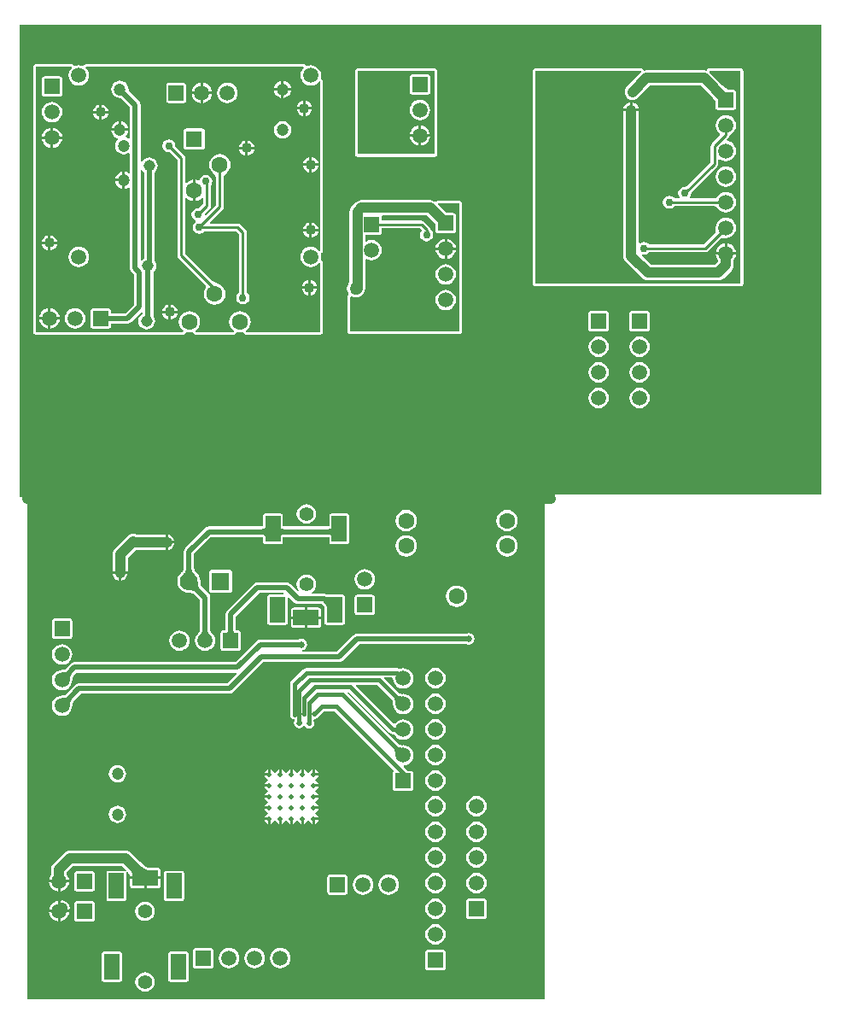
<source format=gbl>
G04 Layer_Physical_Order=2*
G04 Layer_Color=16711680*
%FSLAX25Y25*%
%MOIN*%
G70*
G01*
G75*
%ADD33C,0.04000*%
%ADD34C,0.01000*%
%ADD35C,0.02000*%
%ADD36C,0.01500*%
%ADD38O,1.41732X0.07874*%
%ADD39C,0.05905*%
%ADD40R,0.05905X0.05905*%
%ADD41R,0.05905X0.05905*%
%ADD42C,0.04724*%
%ADD43C,0.06299*%
%ADD44R,0.06299X0.06299*%
%ADD45C,0.04000*%
%ADD46R,0.05905X0.09842*%
%ADD47R,0.09842X0.05905*%
%ADD48C,0.07000*%
%ADD49R,0.07000X0.07000*%
%ADD50C,0.03000*%
%ADD51C,0.04500*%
%ADD52C,0.05512*%
%ADD53C,0.01968*%
%ADD54C,0.05000*%
%ADD55C,0.02500*%
%ADD56C,0.01500*%
%ADD57C,0.02000*%
G36*
X314134Y201220D02*
X210630D01*
X210163Y201127D01*
X209767Y200863D01*
X209503Y200467D01*
X209410Y200000D01*
X1220D01*
Y384607D01*
X314134D01*
Y201220D01*
D02*
G37*
G36*
X206162Y3976D02*
X3976D01*
Y198386D01*
X206162D01*
Y3976D01*
D02*
G37*
%LPC*%
G36*
X227079Y252782D02*
X226047Y252646D01*
X225085Y252248D01*
X224260Y251614D01*
X223626Y250789D01*
X223228Y249827D01*
X223092Y248795D01*
X223228Y247763D01*
X223626Y246802D01*
X224260Y245976D01*
X225085Y245342D01*
X226047Y244944D01*
X227079Y244808D01*
X228111Y244944D01*
X229072Y245342D01*
X229898Y245976D01*
X230532Y246802D01*
X230930Y247763D01*
X231066Y248795D01*
X230930Y249827D01*
X230532Y250789D01*
X229898Y251614D01*
X229072Y252248D01*
X228111Y252646D01*
X227079Y252782D01*
D02*
G37*
G36*
X243079D02*
X242047Y252646D01*
X241085Y252248D01*
X240260Y251614D01*
X239626Y250789D01*
X239228Y249827D01*
X239092Y248795D01*
X239228Y247763D01*
X239626Y246802D01*
X240260Y245976D01*
X241085Y245342D01*
X242047Y244944D01*
X243079Y244808D01*
X244111Y244944D01*
X245072Y245342D01*
X245898Y245976D01*
X246532Y246802D01*
X246930Y247763D01*
X247066Y248795D01*
X246930Y249827D01*
X246532Y250789D01*
X245898Y251614D01*
X245072Y252248D01*
X244111Y252646D01*
X243079Y252782D01*
D02*
G37*
G36*
Y242782D02*
X242047Y242646D01*
X241085Y242248D01*
X240260Y241614D01*
X239626Y240789D01*
X239228Y239827D01*
X239092Y238795D01*
X239228Y237763D01*
X239626Y236802D01*
X240260Y235976D01*
X241085Y235343D01*
X242047Y234944D01*
X243079Y234808D01*
X244111Y234944D01*
X245072Y235343D01*
X245898Y235976D01*
X246532Y236802D01*
X246930Y237763D01*
X247066Y238795D01*
X246930Y239827D01*
X246532Y240789D01*
X245898Y241614D01*
X245072Y242248D01*
X244111Y242646D01*
X243079Y242782D01*
D02*
G37*
G36*
X227079D02*
X226047Y242646D01*
X225085Y242248D01*
X224260Y241614D01*
X223626Y240789D01*
X223228Y239827D01*
X223092Y238795D01*
X223228Y237763D01*
X223626Y236802D01*
X224260Y235976D01*
X225085Y235343D01*
X226047Y234944D01*
X227079Y234808D01*
X228111Y234944D01*
X229072Y235343D01*
X229898Y235976D01*
X230532Y236802D01*
X230930Y237763D01*
X231066Y238795D01*
X230930Y239827D01*
X230532Y240789D01*
X229898Y241614D01*
X229072Y242248D01*
X228111Y242646D01*
X227079Y242782D01*
D02*
G37*
G36*
X230031Y272768D02*
X224126D01*
X223736Y272690D01*
X223405Y272469D01*
X223184Y272138D01*
X223106Y271748D01*
Y265843D01*
X223184Y265452D01*
X223405Y265122D01*
X223736Y264900D01*
X224126Y264823D01*
X230031D01*
X230422Y264900D01*
X230752Y265122D01*
X230974Y265452D01*
X231051Y265843D01*
Y271748D01*
X230974Y272138D01*
X230752Y272469D01*
X230422Y272690D01*
X230031Y272768D01*
D02*
G37*
G36*
X246031D02*
X240126D01*
X239736Y272690D01*
X239405Y272469D01*
X239184Y272138D01*
X239106Y271748D01*
Y265843D01*
X239184Y265452D01*
X239405Y265122D01*
X239736Y264900D01*
X240126Y264823D01*
X246031D01*
X246422Y264900D01*
X246752Y265122D01*
X246973Y265452D01*
X247051Y265843D01*
Y271748D01*
X246973Y272138D01*
X246752Y272469D01*
X246422Y272690D01*
X246031Y272768D01*
D02*
G37*
G36*
X161398Y316026D02*
X134398D01*
X133615Y315923D01*
X132885Y315620D01*
X132258Y315140D01*
X130758Y313640D01*
X130277Y313013D01*
X129975Y312283D01*
X129872Y311500D01*
Y283958D01*
X129340Y283265D01*
X128988Y282414D01*
X128867Y281500D01*
X128988Y280586D01*
X129340Y279735D01*
X129485Y279547D01*
X129397Y278993D01*
X129378Y278965D01*
X129351Y278945D01*
X129268Y278801D01*
X129176Y278663D01*
X129169Y278629D01*
X129153Y278600D01*
X129131Y278435D01*
X129098Y278272D01*
Y264720D01*
X129176Y264330D01*
X129397Y263999D01*
X129728Y263778D01*
X130118Y263701D01*
X172677D01*
X173067Y263778D01*
X173398Y263999D01*
X173619Y264330D01*
X173697Y264720D01*
Y314780D01*
X173619Y315170D01*
X173398Y315501D01*
X173067Y315722D01*
X172677Y315799D01*
X164550D01*
X164160Y315722D01*
X163830Y315501D01*
X163185Y315410D01*
X162911Y315620D01*
X162181Y315923D01*
X161398Y316026D01*
D02*
G37*
G36*
X227079Y262782D02*
X226047Y262646D01*
X225085Y262248D01*
X224260Y261614D01*
X223626Y260789D01*
X223228Y259827D01*
X223092Y258795D01*
X223228Y257763D01*
X223626Y256802D01*
X224260Y255976D01*
X225085Y255343D01*
X226047Y254944D01*
X227079Y254808D01*
X228111Y254944D01*
X229072Y255343D01*
X229898Y255976D01*
X230532Y256802D01*
X230930Y257763D01*
X231066Y258795D01*
X230930Y259827D01*
X230532Y260789D01*
X229898Y261614D01*
X229072Y262248D01*
X228111Y262646D01*
X227079Y262782D01*
D02*
G37*
G36*
X243079D02*
X242047Y262646D01*
X241085Y262248D01*
X240260Y261614D01*
X239626Y260789D01*
X239228Y259827D01*
X239092Y258795D01*
X239228Y257763D01*
X239626Y256802D01*
X240260Y255976D01*
X241085Y255343D01*
X242047Y254944D01*
X243079Y254808D01*
X244111Y254944D01*
X245072Y255343D01*
X245898Y255976D01*
X246532Y256802D01*
X246930Y257763D01*
X247066Y258795D01*
X246930Y259827D01*
X246532Y260789D01*
X245898Y261614D01*
X245072Y262248D01*
X244111Y262646D01*
X243079Y262782D01*
D02*
G37*
G36*
X163150Y367547D02*
X133090D01*
X132700Y367470D01*
X132369Y367249D01*
X132148Y366918D01*
X132071Y366528D01*
Y333968D01*
X132148Y333578D01*
X132369Y333247D01*
X132700Y333026D01*
X133090Y332949D01*
X163150D01*
X163540Y333026D01*
X163871Y333247D01*
X164092Y333578D01*
X164169Y333968D01*
Y366528D01*
X164092Y366918D01*
X163871Y367249D01*
X163540Y367470D01*
X163150Y367547D01*
D02*
G37*
G36*
X282551Y367492D02*
X270398D01*
X270276Y367468D01*
X270152Y367462D01*
X270083Y367429D01*
X270008Y367415D01*
X269905Y367345D01*
X269792Y367292D01*
X269741Y367236D01*
X269677Y367194D01*
X269608Y367090D01*
X269525Y366998D01*
X269407Y366802D01*
X269055Y366616D01*
X268272Y366719D01*
X245772D01*
X244988Y366616D01*
X244587Y366863D01*
X244495Y367001D01*
X244411Y367145D01*
X244385Y367165D01*
X244366Y367194D01*
X244228Y367286D01*
X244096Y367387D01*
X244063Y367396D01*
X244035Y367415D01*
X243872Y367447D01*
X243711Y367490D01*
X243678Y367486D01*
X243645Y367492D01*
X202492D01*
X202102Y367415D01*
X201771Y367194D01*
X201550Y366863D01*
X201472Y366473D01*
Y283413D01*
X201550Y283023D01*
X201771Y282692D01*
X202102Y282471D01*
X202492Y282394D01*
X282551D01*
X282942Y282471D01*
X283272Y282692D01*
X283493Y283023D01*
X283571Y283413D01*
Y366473D01*
X283493Y366863D01*
X283272Y367194D01*
X282942Y367415D01*
X282551Y367492D01*
D02*
G37*
G36*
X111890Y369162D02*
X27015D01*
X26982Y369155D01*
X26948Y369159D01*
X26788Y369116D01*
X26625Y369084D01*
X26597Y369065D01*
X26564Y369056D01*
X26432Y368955D01*
X26294Y368863D01*
X26275Y368835D01*
X26249Y368814D01*
X26166Y368670D01*
X26073Y368532D01*
X25611Y368419D01*
X25225Y368579D01*
X24193Y368715D01*
X23161Y368579D01*
X22774Y368419D01*
X22313Y368532D01*
X22220Y368670D01*
X22137Y368814D01*
X22110Y368835D01*
X22092Y368863D01*
X21953Y368955D01*
X21822Y369056D01*
X21789Y369065D01*
X21761Y369084D01*
X21598Y369116D01*
X21437Y369159D01*
X21404Y369155D01*
X21371Y369162D01*
X7433D01*
X7043Y369084D01*
X6712Y368863D01*
X6491Y368532D01*
X6413Y368142D01*
Y264582D01*
X6491Y264192D01*
X6712Y263862D01*
X7043Y263640D01*
X7433Y263563D01*
X64884D01*
X64917Y263569D01*
X64951Y263565D01*
X65111Y263608D01*
X65274Y263640D01*
X65302Y263659D01*
X65335Y263668D01*
X65467Y263769D01*
X65605Y263862D01*
X65624Y263890D01*
X65650Y263910D01*
X65733Y264054D01*
X65826Y264192D01*
X66082Y264400D01*
X66287Y264493D01*
X67370Y264350D01*
X68453Y264493D01*
X68659Y264400D01*
X68914Y264192D01*
X69007Y264054D01*
X69090Y263910D01*
X69117Y263890D01*
X69135Y263862D01*
X69274Y263769D01*
X69405Y263668D01*
X69438Y263659D01*
X69466Y263640D01*
X69629Y263608D01*
X69790Y263565D01*
X69823Y263569D01*
X69856Y263563D01*
X84569D01*
X84602Y263569D01*
X84636Y263565D01*
X84796Y263608D01*
X84959Y263640D01*
X84987Y263659D01*
X85020Y263668D01*
X85152Y263769D01*
X85290Y263862D01*
X85309Y263890D01*
X85335Y263910D01*
X85418Y264054D01*
X85511Y264192D01*
X85767Y264400D01*
X85972Y264493D01*
X87055Y264350D01*
X88138Y264493D01*
X88344Y264400D01*
X88599Y264192D01*
X88692Y264054D01*
X88775Y263910D01*
X88802Y263890D01*
X88820Y263862D01*
X88959Y263769D01*
X89090Y263668D01*
X89123Y263659D01*
X89151Y263640D01*
X89314Y263608D01*
X89475Y263565D01*
X89508Y263569D01*
X89541Y263563D01*
X118492D01*
X118883Y263640D01*
X119213Y263862D01*
X119434Y264192D01*
X119512Y264582D01*
Y291474D01*
X119505Y291507D01*
X119510Y291540D01*
X119467Y291701D01*
X119434Y291864D01*
X119415Y291892D01*
X119407Y291925D01*
X119306Y292056D01*
X119213Y292195D01*
X119185Y292213D01*
X119165Y292240D01*
X119021Y292323D01*
X118883Y292415D01*
X118581Y292791D01*
X118564Y292830D01*
X118700Y293862D01*
X118564Y294894D01*
X118581Y294934D01*
X118883Y295309D01*
X119021Y295401D01*
X119165Y295484D01*
X119185Y295511D01*
X119213Y295530D01*
X119306Y295668D01*
X119407Y295800D01*
X119415Y295833D01*
X119434Y295861D01*
X119467Y296024D01*
X119510Y296184D01*
X119505Y296218D01*
X119512Y296251D01*
Y362340D01*
X119505Y362373D01*
X119510Y362406D01*
X119467Y362567D01*
X119434Y362730D01*
X119415Y362758D01*
X119407Y362791D01*
X119306Y362922D01*
X119213Y363061D01*
X119185Y363080D01*
X119165Y363106D01*
X119021Y363189D01*
X118883Y363282D01*
X118581Y363657D01*
X118564Y363697D01*
X118700Y364728D01*
X118564Y365760D01*
X118165Y366722D01*
X117532Y367547D01*
X116706Y368181D01*
X115744Y368579D01*
X114713Y368715D01*
X113681Y368579D01*
X113294Y368419D01*
X112832Y368532D01*
X112740Y368670D01*
X112657Y368814D01*
X112630Y368835D01*
X112611Y368863D01*
X112473Y368955D01*
X112341Y369056D01*
X112309Y369065D01*
X112280Y369084D01*
X112118Y369116D01*
X111957Y369159D01*
X111924Y369155D01*
X111890Y369162D01*
D02*
G37*
%LPD*%
G36*
X172677Y264720D02*
X130118D01*
Y278272D01*
X130566Y278493D01*
X130632Y278443D01*
X131484Y278090D01*
X132398Y277970D01*
X133311Y278090D01*
X134163Y278443D01*
X134894Y279004D01*
X135455Y279735D01*
X135808Y280586D01*
X135928Y281500D01*
X135924Y281533D01*
Y292851D01*
X136372Y293072D01*
X136404Y293047D01*
X137366Y292649D01*
X138398Y292513D01*
X139429Y292649D01*
X140391Y293047D01*
X141217Y293681D01*
X141850Y294507D01*
X142249Y295468D01*
X142385Y296500D01*
X142249Y297532D01*
X141850Y298493D01*
X141217Y299319D01*
X140391Y299953D01*
X139429Y300351D01*
X138398Y300487D01*
X137366Y300351D01*
X136404Y299953D01*
X136372Y299928D01*
X135924Y300149D01*
Y302528D01*
X141350D01*
X141741Y302605D01*
X142071Y302826D01*
X142292Y303157D01*
X142370Y303547D01*
Y304971D01*
X157264D01*
X158030Y304205D01*
X157543Y303475D01*
X157349Y302500D01*
X157543Y301525D01*
X158095Y300698D01*
X158922Y300145D01*
X159898Y299951D01*
X160873Y300145D01*
X161700Y300698D01*
X162253Y301525D01*
X162447Y302500D01*
X162253Y303475D01*
X161700Y304302D01*
X161427Y304485D01*
Y304500D01*
X161311Y305085D01*
X160979Y305581D01*
X158979Y307581D01*
X158483Y307913D01*
X157898Y308029D01*
X142370D01*
Y309453D01*
X142366Y309474D01*
X142760Y309974D01*
X160144D01*
X163425Y306693D01*
Y304047D01*
X163503Y303657D01*
X163724Y303326D01*
X164055Y303105D01*
X164445Y303028D01*
X170350D01*
X170741Y303105D01*
X171071Y303326D01*
X171292Y303657D01*
X171370Y304047D01*
Y309953D01*
X171292Y310343D01*
X171071Y310674D01*
X170741Y310895D01*
X170350Y310972D01*
X167705D01*
X164359Y314318D01*
X164550Y314780D01*
X172677D01*
Y264720D01*
D02*
G37*
%LPC*%
G36*
X167398Y290987D02*
X166366Y290851D01*
X165404Y290453D01*
X164578Y289819D01*
X163945Y288993D01*
X163547Y288032D01*
X163411Y287000D01*
X163547Y285968D01*
X163945Y285007D01*
X164578Y284181D01*
X165404Y283547D01*
X166366Y283149D01*
X167398Y283013D01*
X168430Y283149D01*
X169391Y283547D01*
X170217Y284181D01*
X170850Y285007D01*
X171249Y285968D01*
X171385Y287000D01*
X171249Y288032D01*
X170850Y288993D01*
X170217Y289819D01*
X169391Y290453D01*
X168430Y290851D01*
X167398Y290987D01*
D02*
G37*
G36*
X166898Y296500D02*
X163477D01*
X163547Y295968D01*
X163945Y295007D01*
X164578Y294181D01*
X165404Y293547D01*
X166366Y293149D01*
X166898Y293079D01*
Y296500D01*
D02*
G37*
G36*
X171319D02*
X167898D01*
Y293079D01*
X168430Y293149D01*
X169391Y293547D01*
X170217Y294181D01*
X170850Y295007D01*
X171249Y295968D01*
X171319Y296500D01*
D02*
G37*
G36*
X167398Y280987D02*
X166366Y280851D01*
X165404Y280453D01*
X164578Y279819D01*
X163945Y278993D01*
X163547Y278032D01*
X163411Y277000D01*
X163547Y275968D01*
X163945Y275007D01*
X164578Y274181D01*
X165404Y273547D01*
X166366Y273149D01*
X167398Y273013D01*
X168430Y273149D01*
X169391Y273547D01*
X170217Y274181D01*
X170850Y275007D01*
X171249Y275968D01*
X171385Y277000D01*
X171249Y278032D01*
X170850Y278993D01*
X170217Y279819D01*
X169391Y280453D01*
X168430Y280851D01*
X167398Y280987D01*
D02*
G37*
G36*
X166898Y300921D02*
X166366Y300851D01*
X165404Y300453D01*
X164578Y299819D01*
X163945Y298993D01*
X163547Y298032D01*
X163477Y297500D01*
X166898D01*
Y300921D01*
D02*
G37*
G36*
X167898D02*
Y297500D01*
X171319D01*
X171249Y298032D01*
X170850Y298993D01*
X170217Y299819D01*
X169391Y300453D01*
X168430Y300851D01*
X167898Y300921D01*
D02*
G37*
%LPD*%
G36*
X163150Y333968D02*
X133090D01*
Y366528D01*
X163150D01*
Y333968D01*
D02*
G37*
%LPC*%
G36*
X161291Y340748D02*
X157870D01*
Y337327D01*
X158402Y337397D01*
X159363Y337795D01*
X160189Y338429D01*
X160823Y339255D01*
X161221Y340216D01*
X161291Y340748D01*
D02*
G37*
G36*
X156870D02*
X153449D01*
X153519Y340216D01*
X153917Y339255D01*
X154551Y338429D01*
X155377Y337795D01*
X156338Y337397D01*
X156870Y337327D01*
Y340748D01*
D02*
G37*
G36*
X160323Y365220D02*
X154417D01*
X154027Y365143D01*
X153696Y364922D01*
X153475Y364591D01*
X153398Y364201D01*
Y358295D01*
X153475Y357905D01*
X153696Y357574D01*
X154027Y357353D01*
X154417Y357276D01*
X160323D01*
X160713Y357353D01*
X161044Y357574D01*
X161265Y357905D01*
X161342Y358295D01*
Y364201D01*
X161265Y364591D01*
X161044Y364922D01*
X160713Y365143D01*
X160323Y365220D01*
D02*
G37*
G36*
X156870Y345169D02*
X156338Y345099D01*
X155377Y344701D01*
X154551Y344067D01*
X153917Y343242D01*
X153519Y342280D01*
X153449Y341748D01*
X156870D01*
Y345169D01*
D02*
G37*
G36*
X157870D02*
Y341748D01*
X161291D01*
X161221Y342280D01*
X160823Y343242D01*
X160189Y344067D01*
X159363Y344701D01*
X158402Y345099D01*
X157870Y345169D01*
D02*
G37*
G36*
X157370Y355235D02*
X156338Y355099D01*
X155377Y354701D01*
X154551Y354067D01*
X153917Y353241D01*
X153519Y352280D01*
X153383Y351248D01*
X153519Y350216D01*
X153917Y349255D01*
X154551Y348429D01*
X155377Y347795D01*
X156338Y347397D01*
X157370Y347261D01*
X158402Y347397D01*
X159363Y347795D01*
X160189Y348429D01*
X160823Y349255D01*
X161221Y350216D01*
X161357Y351248D01*
X161221Y352280D01*
X160823Y353241D01*
X160189Y354067D01*
X159363Y354701D01*
X158402Y355099D01*
X157370Y355235D01*
D02*
G37*
%LPD*%
G36*
X282551Y283413D02*
X202492D01*
Y366473D01*
X243645D01*
X243815Y365973D01*
X243632Y365833D01*
X238132Y360333D01*
X238132Y360333D01*
X237651Y359706D01*
X237349Y358976D01*
X237246Y358193D01*
X237349Y357410D01*
X237651Y356680D01*
X238132Y356053D01*
X238759Y355572D01*
X239489Y355270D01*
X240272Y355167D01*
X241055Y355270D01*
X241785Y355572D01*
X242411Y356053D01*
X242411Y356053D01*
X247025Y360667D01*
X267018D01*
X270385Y357300D01*
X271702Y355883D01*
X272222Y355231D01*
X272630Y354646D01*
X272799Y354349D01*
Y352240D01*
X272877Y351850D01*
X273098Y351519D01*
X273429Y351298D01*
X273819Y351221D01*
X279724D01*
X280115Y351298D01*
X280445Y351519D01*
X280666Y351850D01*
X280744Y352240D01*
Y358146D01*
X280666Y358536D01*
X280445Y358867D01*
X280115Y359088D01*
X279724Y359165D01*
X277615D01*
X277319Y359335D01*
X276745Y359734D01*
X275336Y360926D01*
X274805Y361439D01*
X270411Y365832D01*
X270411Y365833D01*
X270229Y365973D01*
X270281Y366277D01*
X270398Y366473D01*
X282551D01*
Y283413D01*
D02*
G37*
%LPC*%
G36*
X239272Y354153D02*
X238988Y354116D01*
X238259Y353813D01*
X237632Y353333D01*
X237151Y352706D01*
X236849Y351976D01*
X236812Y351693D01*
X239272D01*
Y354153D01*
D02*
G37*
G36*
X240272D02*
Y351693D01*
X242732D01*
X242694Y351976D01*
X242392Y352706D01*
X241911Y353333D01*
X241285Y353813D01*
X240555Y354116D01*
X240272Y354153D01*
D02*
G37*
G36*
X277272Y299114D02*
Y295693D01*
X280693D01*
X280623Y296225D01*
X280224Y297186D01*
X279591Y298012D01*
X278765Y298646D01*
X277803Y299044D01*
X277272Y299114D01*
D02*
G37*
G36*
X276272D02*
X275740Y299044D01*
X274778Y298646D01*
X273953Y298012D01*
X273319Y297186D01*
X272921Y296225D01*
X272851Y295693D01*
X276272D01*
Y299114D01*
D02*
G37*
G36*
X276772Y329180D02*
X275740Y329044D01*
X274778Y328646D01*
X273953Y328012D01*
X273319Y327186D01*
X272921Y326225D01*
X272785Y325193D01*
X272921Y324161D01*
X273319Y323200D01*
X273953Y322374D01*
X274778Y321740D01*
X275740Y321342D01*
X276772Y321206D01*
X277803Y321342D01*
X278765Y321740D01*
X279591Y322374D01*
X280224Y323200D01*
X280623Y324161D01*
X280759Y325193D01*
X280623Y326225D01*
X280224Y327186D01*
X279591Y328012D01*
X278765Y328646D01*
X277803Y329044D01*
X276772Y329180D01*
D02*
G37*
G36*
Y349180D02*
X275740Y349044D01*
X274778Y348646D01*
X273953Y348012D01*
X273319Y347186D01*
X272921Y346225D01*
X272785Y345193D01*
X272921Y344161D01*
X273319Y343199D01*
X273953Y342374D01*
X274424Y342012D01*
X274467Y341349D01*
X271237Y338119D01*
X270906Y337623D01*
X270790Y337037D01*
Y330874D01*
X261248Y321332D01*
X261208Y321306D01*
X261166Y321283D01*
X261121Y321263D01*
X261071Y321246D01*
X261015Y321232D01*
X260951Y321222D01*
X260898Y321217D01*
X260772Y321242D01*
X259796Y321048D01*
X258969Y320495D01*
X258417Y319668D01*
X258223Y318693D01*
X258417Y317718D01*
X258748Y317222D01*
X258480Y316722D01*
X256974D01*
X256928Y316732D01*
X256882Y316746D01*
X256836Y316764D01*
X256789Y316787D01*
X256739Y316817D01*
X256687Y316854D01*
X256646Y316888D01*
X256574Y316995D01*
X255747Y317548D01*
X254772Y317742D01*
X253796Y317548D01*
X252969Y316995D01*
X252417Y316168D01*
X252223Y315193D01*
X252417Y314217D01*
X252969Y313390D01*
X253796Y312838D01*
X254772Y312644D01*
X255747Y312838D01*
X256574Y313390D01*
X256646Y313498D01*
X256687Y313532D01*
X256739Y313569D01*
X256789Y313599D01*
X256836Y313622D01*
X256882Y313640D01*
X256928Y313654D01*
X256974Y313664D01*
X272168D01*
X272256Y313645D01*
X272383Y313602D01*
X272540Y313531D01*
X272722Y313429D01*
X272928Y313294D01*
X273145Y313132D01*
X273667Y312676D01*
X273887Y312459D01*
X273953Y312374D01*
X274778Y311740D01*
X275740Y311342D01*
X276772Y311206D01*
X277803Y311342D01*
X278765Y311740D01*
X279591Y312374D01*
X280224Y313199D01*
X280623Y314161D01*
X280759Y315193D01*
X280623Y316225D01*
X280224Y317186D01*
X279591Y318012D01*
X278765Y318646D01*
X277803Y319044D01*
X276772Y319180D01*
X275740Y319044D01*
X274778Y318646D01*
X273953Y318012D01*
X273887Y317927D01*
X273667Y317710D01*
X273145Y317254D01*
X272928Y317092D01*
X272722Y316957D01*
X272540Y316855D01*
X272383Y316784D01*
X272256Y316741D01*
X272168Y316722D01*
X263063D01*
X262796Y317222D01*
X263127Y317718D01*
X263321Y318693D01*
X263295Y318820D01*
X263300Y318872D01*
X263311Y318936D01*
X263325Y318992D01*
X263342Y319042D01*
X263362Y319087D01*
X263385Y319129D01*
X263411Y319169D01*
X273400Y329159D01*
X273732Y329655D01*
X273848Y330240D01*
Y331823D01*
X274348Y332070D01*
X274778Y331740D01*
X275740Y331342D01*
X276772Y331206D01*
X277803Y331342D01*
X278765Y331740D01*
X279591Y332374D01*
X280224Y333200D01*
X280623Y334161D01*
X280759Y335193D01*
X280623Y336225D01*
X280224Y337186D01*
X279591Y338012D01*
X278765Y338646D01*
X277803Y339044D01*
X277266Y339115D01*
X277087Y339643D01*
X277853Y340409D01*
X278185Y340905D01*
X278301Y341490D01*
Y341548D01*
X278765Y341740D01*
X279591Y342374D01*
X280224Y343199D01*
X280623Y344161D01*
X280759Y345193D01*
X280623Y346225D01*
X280224Y347186D01*
X279591Y348012D01*
X278765Y348646D01*
X277803Y349044D01*
X276772Y349180D01*
D02*
G37*
G36*
X242798Y350693D02*
X236746D01*
Y294193D01*
X236746Y294193D01*
X236849Y293410D01*
X237151Y292680D01*
X237632Y292053D01*
X244132Y285553D01*
X244759Y285072D01*
X245489Y284770D01*
X246272Y284667D01*
X273772D01*
X274555Y284770D01*
X275285Y285072D01*
X275911Y285553D01*
X278911Y288553D01*
X279392Y289180D01*
X279695Y289910D01*
X279798Y290693D01*
Y292643D01*
X280224Y293199D01*
X280623Y294161D01*
X280693Y294693D01*
X276772D01*
X272851D01*
X272921Y294161D01*
X273319Y293199D01*
X273746Y292643D01*
Y291946D01*
X272518Y290719D01*
X247525D01*
X243945Y294299D01*
X244192Y294759D01*
X244772Y294644D01*
X245747Y294838D01*
X246574Y295391D01*
X246646Y295498D01*
X246687Y295532D01*
X246739Y295569D01*
X246789Y295599D01*
X246836Y295622D01*
X246882Y295640D01*
X246928Y295654D01*
X246974Y295663D01*
X268772D01*
X269357Y295780D01*
X269853Y296111D01*
X274598Y300856D01*
X274673Y300905D01*
X274793Y300965D01*
X274954Y301025D01*
X275156Y301082D01*
X275397Y301132D01*
X275664Y301171D01*
X276356Y301218D01*
X276665Y301220D01*
X276772Y301206D01*
X277803Y301342D01*
X278765Y301740D01*
X279591Y302374D01*
X280224Y303200D01*
X280623Y304161D01*
X280759Y305193D01*
X280623Y306225D01*
X280224Y307186D01*
X279591Y308012D01*
X278765Y308646D01*
X277803Y309044D01*
X276772Y309180D01*
X275740Y309044D01*
X274778Y308646D01*
X273953Y308012D01*
X273319Y307186D01*
X272921Y306225D01*
X272785Y305193D01*
X272799Y305086D01*
X272797Y304778D01*
X272750Y304086D01*
X272711Y303818D01*
X272661Y303577D01*
X272604Y303376D01*
X272544Y303215D01*
X272484Y303094D01*
X272435Y303019D01*
X268138Y298722D01*
X246974D01*
X246928Y298732D01*
X246882Y298746D01*
X246836Y298764D01*
X246789Y298787D01*
X246739Y298817D01*
X246687Y298854D01*
X246646Y298888D01*
X246574Y298995D01*
X245747Y299548D01*
X244772Y299742D01*
X243796Y299548D01*
X243298Y299215D01*
X242798Y299482D01*
Y350693D01*
D02*
G37*
%LPD*%
G36*
X112051Y367668D02*
X111893Y367547D01*
X111260Y366722D01*
X110862Y365760D01*
X110726Y364728D01*
X110862Y363697D01*
X111260Y362735D01*
X111893Y361909D01*
X112719Y361276D01*
X113681Y360877D01*
X114713Y360741D01*
X115744Y360877D01*
X116706Y361276D01*
X117532Y361909D01*
X117992Y362509D01*
X118492Y362340D01*
Y296251D01*
X117992Y296081D01*
X117532Y296681D01*
X116706Y297315D01*
X115744Y297713D01*
X114713Y297849D01*
X113681Y297713D01*
X112719Y297315D01*
X111893Y296681D01*
X111260Y295856D01*
X110862Y294894D01*
X110726Y293862D01*
X110862Y292830D01*
X111260Y291869D01*
X111893Y291043D01*
X112719Y290409D01*
X113681Y290011D01*
X114713Y289875D01*
X115744Y290011D01*
X116706Y290409D01*
X117532Y291043D01*
X117992Y291643D01*
X118492Y291474D01*
Y264582D01*
X89541D01*
X89372Y265083D01*
X90015Y265576D01*
X90680Y266443D01*
X91098Y267452D01*
X91241Y268535D01*
X91098Y269619D01*
X90680Y270628D01*
X90015Y271495D01*
X89148Y272160D01*
X88138Y272578D01*
X87055Y272721D01*
X85972Y272578D01*
X84962Y272160D01*
X84096Y271495D01*
X83430Y270628D01*
X83012Y269619D01*
X82870Y268535D01*
X83012Y267452D01*
X83430Y266443D01*
X84096Y265576D01*
X84739Y265083D01*
X84569Y264582D01*
X69856D01*
X69687Y265083D01*
X70330Y265576D01*
X70995Y266443D01*
X71413Y267452D01*
X71556Y268535D01*
X71413Y269619D01*
X70995Y270628D01*
X70330Y271495D01*
X69463Y272160D01*
X68453Y272578D01*
X67370Y272721D01*
X66287Y272578D01*
X65277Y272160D01*
X64411Y271495D01*
X63745Y270628D01*
X63327Y269619D01*
X63185Y268535D01*
X63327Y267452D01*
X63745Y266443D01*
X64411Y265576D01*
X65053Y265083D01*
X64884Y264582D01*
X7433D01*
Y368142D01*
X21371D01*
X21531Y367668D01*
X21374Y367547D01*
X20740Y366722D01*
X20342Y365760D01*
X20206Y364728D01*
X20342Y363697D01*
X20740Y362735D01*
X21374Y361909D01*
X22199Y361276D01*
X23161Y360877D01*
X24193Y360741D01*
X25225Y360877D01*
X26186Y361276D01*
X27012Y361909D01*
X27646Y362735D01*
X28044Y363697D01*
X28180Y364728D01*
X28044Y365760D01*
X27646Y366722D01*
X27012Y367547D01*
X26854Y367668D01*
X27015Y368142D01*
X111890D01*
X112051Y367668D01*
D02*
G37*
%LPC*%
G36*
X40213Y362627D02*
X39335Y362512D01*
X38517Y362173D01*
X37815Y361634D01*
X37276Y360932D01*
X36937Y360114D01*
X36821Y359236D01*
X36937Y358359D01*
X37276Y357541D01*
X37815Y356838D01*
X38517Y356299D01*
X39335Y355961D01*
X40213Y355845D01*
X40270Y355853D01*
X40331Y355850D01*
X40416Y355839D01*
X40504Y355818D01*
X40598Y355787D01*
X40697Y355744D01*
X40804Y355687D01*
X40919Y355615D01*
X41040Y355525D01*
X41040Y355525D01*
X44173Y352392D01*
Y340228D01*
X43673Y339981D01*
X43408Y340185D01*
X42657Y340496D01*
X42474Y340986D01*
X42611Y341090D01*
X43150Y341793D01*
X43488Y342611D01*
X43538Y342988D01*
X40213D01*
X36887D01*
X36937Y342611D01*
X37276Y341793D01*
X37815Y341090D01*
X38517Y340551D01*
X39268Y340240D01*
X39451Y339751D01*
X39315Y339646D01*
X38776Y338944D01*
X38437Y338126D01*
X38321Y337248D01*
X38437Y336370D01*
X38776Y335552D01*
X39315Y334850D01*
X40017Y334311D01*
X40835Y333972D01*
X41713Y333857D01*
X42590Y333972D01*
X43408Y334311D01*
X43673Y334515D01*
X44173Y334268D01*
Y326842D01*
X43673Y326596D01*
X43408Y326799D01*
X42590Y327138D01*
X42213Y327188D01*
Y323862D01*
Y320537D01*
X42590Y320587D01*
X43408Y320925D01*
X43673Y321129D01*
X44173Y320882D01*
Y289352D01*
X44329Y288572D01*
X44771Y287910D01*
X45673Y287007D01*
Y275207D01*
X42368Y271901D01*
X37205D01*
X37056Y271915D01*
X36842Y271950D01*
X36690Y271991D01*
X36685Y271993D01*
Y272815D01*
X36607Y273205D01*
X36386Y273536D01*
X36055Y273757D01*
X35665Y273835D01*
X29760D01*
X29370Y273757D01*
X29039Y273536D01*
X28818Y273205D01*
X28740Y272815D01*
Y266910D01*
X28818Y266519D01*
X29039Y266189D01*
X29370Y265967D01*
X29760Y265890D01*
X35665D01*
X36055Y265967D01*
X36386Y266189D01*
X36607Y266519D01*
X36685Y266910D01*
Y267732D01*
X36690Y267734D01*
X36842Y267775D01*
X37056Y267810D01*
X37205Y267823D01*
X43213D01*
X43993Y267978D01*
X44655Y268420D01*
X48673Y272439D01*
X49131Y272250D01*
X49092Y271770D01*
X49076Y271736D01*
X49054Y271701D01*
X49035Y271679D01*
X49018Y271663D01*
X48945Y271611D01*
X48915Y271579D01*
X48395Y271180D01*
X47874Y270501D01*
X47546Y269711D01*
X47435Y268862D01*
X47546Y268014D01*
X47874Y267223D01*
X48395Y266544D01*
X49074Y266023D01*
X49864Y265696D01*
X50713Y265584D01*
X51561Y265696D01*
X52352Y266023D01*
X53031Y266544D01*
X53552Y267223D01*
X53879Y268014D01*
X53991Y268862D01*
X53879Y269711D01*
X53552Y270501D01*
X53490Y270581D01*
X53486Y270592D01*
X53433Y270684D01*
X53400Y270752D01*
X53368Y270835D01*
X53341Y270922D01*
X53280Y271202D01*
X53263Y271329D01*
X53252Y271476D01*
Y287354D01*
X53270Y287484D01*
X53296Y287609D01*
X53326Y287716D01*
X53359Y287805D01*
X53394Y287879D01*
X53430Y287938D01*
X53465Y287986D01*
X53491Y288014D01*
X53531Y288044D01*
X54052Y288723D01*
X54379Y289514D01*
X54491Y290362D01*
X54379Y291211D01*
X54052Y292001D01*
X53990Y292081D01*
X53986Y292092D01*
X53933Y292184D01*
X53900Y292251D01*
X53868Y292335D01*
X53841Y292422D01*
X53780Y292702D01*
X53763Y292829D01*
X53752Y292976D01*
Y326355D01*
X53770Y326484D01*
X53796Y326609D01*
X53826Y326716D01*
X53859Y326805D01*
X53894Y326879D01*
X53930Y326938D01*
X53965Y326986D01*
X53991Y327014D01*
X54031Y327044D01*
X54552Y327723D01*
X54879Y328514D01*
X54991Y329362D01*
X54879Y330211D01*
X54552Y331001D01*
X54031Y331680D01*
X53352Y332201D01*
X52561Y332529D01*
X51713Y332640D01*
X50864Y332529D01*
X50074Y332201D01*
X49395Y331680D01*
X48874Y331001D01*
X48752Y330707D01*
X48252Y330806D01*
Y353236D01*
X48097Y354017D01*
X47655Y354678D01*
X43924Y358409D01*
X43924Y358409D01*
X43834Y358530D01*
X43762Y358645D01*
X43705Y358751D01*
X43662Y358851D01*
X43631Y358945D01*
X43610Y359033D01*
X43599Y359118D01*
X43596Y359179D01*
X43604Y359236D01*
X43488Y360114D01*
X43150Y360932D01*
X42611Y361634D01*
X41908Y362173D01*
X41090Y362512D01*
X40213Y362627D01*
D02*
G37*
G36*
X90213Y339322D02*
Y336862D01*
X92673D01*
X92635Y337145D01*
X92333Y337875D01*
X91852Y338502D01*
X91225Y338983D01*
X90496Y339285D01*
X90213Y339322D01*
D02*
G37*
G36*
X107038Y358736D02*
X104213D01*
Y355911D01*
X104590Y355961D01*
X105408Y356299D01*
X106111Y356838D01*
X106649Y357541D01*
X106988Y358359D01*
X107038Y358736D01*
D02*
G37*
G36*
X13213Y344283D02*
X12681Y344213D01*
X11719Y343815D01*
X10893Y343181D01*
X10260Y342356D01*
X9862Y341394D01*
X9792Y340862D01*
X13213D01*
Y344283D01*
D02*
G37*
G36*
X14213D02*
Y340862D01*
X17634D01*
X17564Y341394D01*
X17165Y342356D01*
X16532Y343181D01*
X15706Y343815D01*
X14744Y344213D01*
X14213Y344283D01*
D02*
G37*
G36*
X103213Y358736D02*
X100387D01*
X100437Y358359D01*
X100776Y357541D01*
X101315Y356838D01*
X102017Y356299D01*
X102835Y355961D01*
X103213Y355911D01*
Y358736D01*
D02*
G37*
G36*
X103713Y346879D02*
X102835Y346764D01*
X102017Y346425D01*
X101315Y345886D01*
X100776Y345184D01*
X100437Y344366D01*
X100321Y343488D01*
X100437Y342611D01*
X100776Y341793D01*
X101315Y341090D01*
X102017Y340551D01*
X102835Y340212D01*
X103713Y340097D01*
X104590Y340212D01*
X105408Y340551D01*
X106111Y341090D01*
X106649Y341793D01*
X106988Y342611D01*
X107104Y343488D01*
X106988Y344366D01*
X106649Y345184D01*
X106111Y345886D01*
X105408Y346425D01*
X104590Y346764D01*
X103713Y346879D01*
D02*
G37*
G36*
X16665Y364335D02*
X10760D01*
X10370Y364257D01*
X10039Y364036D01*
X9818Y363705D01*
X9740Y363315D01*
Y357410D01*
X9818Y357019D01*
X10039Y356688D01*
X10370Y356468D01*
X10760Y356390D01*
X16665D01*
X17055Y356468D01*
X17386Y356688D01*
X17607Y357019D01*
X17685Y357410D01*
Y363315D01*
X17607Y363705D01*
X17386Y364036D01*
X17055Y364257D01*
X16665Y364335D01*
D02*
G37*
G36*
X13213Y339862D02*
X9792D01*
X9862Y339330D01*
X10260Y338369D01*
X10893Y337543D01*
X11719Y336910D01*
X12681Y336511D01*
X13213Y336441D01*
Y339862D01*
D02*
G37*
G36*
X103213Y362562D02*
X102835Y362512D01*
X102017Y362173D01*
X101315Y361634D01*
X100776Y360932D01*
X100437Y360114D01*
X100387Y359736D01*
X103213D01*
Y362562D01*
D02*
G37*
G36*
X72362Y344031D02*
X66063D01*
X65673Y343954D01*
X65342Y343733D01*
X65121Y343402D01*
X65043Y343012D01*
Y336713D01*
X65121Y336322D01*
X65342Y335992D01*
X65673Y335771D01*
X66063Y335693D01*
X72362D01*
X72752Y335771D01*
X73083Y335992D01*
X73304Y336322D01*
X73382Y336713D01*
Y343012D01*
X73304Y343402D01*
X73083Y343733D01*
X72752Y343954D01*
X72362Y344031D01*
D02*
G37*
G36*
X104213Y362562D02*
Y359736D01*
X107038D01*
X106988Y360114D01*
X106649Y360932D01*
X106111Y361634D01*
X105408Y362173D01*
X104590Y362512D01*
X104213Y362562D01*
D02*
G37*
G36*
X72713Y361783D02*
Y358362D01*
X76134D01*
X76064Y358894D01*
X75665Y359856D01*
X75032Y360681D01*
X74206Y361315D01*
X73245Y361713D01*
X72713Y361783D01*
D02*
G37*
G36*
X17634Y339862D02*
X14213D01*
Y336441D01*
X14744Y336511D01*
X15706Y336910D01*
X16532Y337543D01*
X17165Y338369D01*
X17564Y339330D01*
X17634Y339862D01*
D02*
G37*
G36*
X89213Y339322D02*
X88929Y339285D01*
X88200Y338983D01*
X87573Y338502D01*
X87092Y337875D01*
X86790Y337145D01*
X86752Y336862D01*
X89213D01*
Y339322D01*
D02*
G37*
G36*
X71713Y361783D02*
X71181Y361713D01*
X70219Y361315D01*
X69393Y360681D01*
X68760Y359856D01*
X68362Y358894D01*
X68292Y358362D01*
X71713D01*
Y361783D01*
D02*
G37*
G36*
X111713Y351362D02*
X109253D01*
X109290Y351079D01*
X109592Y350349D01*
X110073Y349723D01*
X110700Y349242D01*
X111429Y348939D01*
X111713Y348902D01*
Y351362D01*
D02*
G37*
G36*
X115173D02*
X112713D01*
Y348902D01*
X112996Y348939D01*
X113725Y349242D01*
X114352Y349723D01*
X114833Y350349D01*
X115135Y351079D01*
X115173Y351362D01*
D02*
G37*
G36*
X35673Y349862D02*
X33213D01*
Y347402D01*
X33496Y347439D01*
X34225Y347742D01*
X34852Y348223D01*
X35333Y348849D01*
X35635Y349579D01*
X35673Y349862D01*
D02*
G37*
G36*
X112713Y354822D02*
Y352362D01*
X115173D01*
X115135Y352645D01*
X114833Y353375D01*
X114352Y354002D01*
X113725Y354483D01*
X112996Y354785D01*
X112713Y354822D01*
D02*
G37*
G36*
X32213Y349862D02*
X29752D01*
X29790Y349579D01*
X30092Y348849D01*
X30573Y348223D01*
X31200Y347742D01*
X31929Y347439D01*
X32213Y347402D01*
Y349862D01*
D02*
G37*
G36*
X33213Y353322D02*
Y350862D01*
X35673D01*
X35635Y351145D01*
X35333Y351875D01*
X34852Y352502D01*
X34225Y352983D01*
X33496Y353285D01*
X33213Y353322D01*
D02*
G37*
G36*
X32213D02*
X31929Y353285D01*
X31200Y352983D01*
X30573Y352502D01*
X30092Y351875D01*
X29790Y351145D01*
X29752Y350862D01*
X32213D01*
Y353322D01*
D02*
G37*
G36*
X111713Y354822D02*
X111429Y354785D01*
X110700Y354483D01*
X110073Y354002D01*
X109592Y353375D01*
X109290Y352645D01*
X109253Y352362D01*
X111713D01*
Y354822D01*
D02*
G37*
G36*
X71713Y357362D02*
X68292D01*
X68362Y356830D01*
X68760Y355869D01*
X69393Y355043D01*
X70219Y354410D01*
X71181Y354011D01*
X71713Y353941D01*
Y357362D01*
D02*
G37*
G36*
X65165Y361835D02*
X59260D01*
X58870Y361757D01*
X58539Y361536D01*
X58318Y361205D01*
X58240Y360815D01*
Y354909D01*
X58318Y354519D01*
X58539Y354188D01*
X58870Y353967D01*
X59260Y353890D01*
X65165D01*
X65556Y353967D01*
X65886Y354188D01*
X66107Y354519D01*
X66185Y354909D01*
Y360815D01*
X66107Y361205D01*
X65886Y361536D01*
X65556Y361757D01*
X65165Y361835D01*
D02*
G37*
G36*
X76134Y357362D02*
X72713D01*
Y353941D01*
X73245Y354011D01*
X74206Y354410D01*
X75032Y355043D01*
X75665Y355869D01*
X76064Y356830D01*
X76134Y357362D01*
D02*
G37*
G36*
X13713Y354349D02*
X12681Y354213D01*
X11719Y353815D01*
X10893Y353181D01*
X10260Y352356D01*
X9862Y351394D01*
X9726Y350362D01*
X9862Y349330D01*
X10260Y348369D01*
X10893Y347543D01*
X11719Y346909D01*
X12681Y346511D01*
X13713Y346375D01*
X14744Y346511D01*
X15706Y346909D01*
X16532Y347543D01*
X17165Y348369D01*
X17564Y349330D01*
X17699Y350362D01*
X17564Y351394D01*
X17165Y352356D01*
X16532Y353181D01*
X15706Y353815D01*
X14744Y354213D01*
X13713Y354349D01*
D02*
G37*
G36*
X40713Y346814D02*
Y343988D01*
X43538D01*
X43488Y344366D01*
X43150Y345184D01*
X42611Y345886D01*
X41908Y346425D01*
X41090Y346764D01*
X40713Y346814D01*
D02*
G37*
G36*
X82213Y361849D02*
X81181Y361713D01*
X80219Y361315D01*
X79394Y360681D01*
X78760Y359856D01*
X78362Y358894D01*
X78226Y357862D01*
X78362Y356830D01*
X78760Y355869D01*
X79394Y355043D01*
X80219Y354410D01*
X81181Y354011D01*
X82213Y353875D01*
X83245Y354011D01*
X84206Y354410D01*
X85032Y355043D01*
X85665Y355869D01*
X86064Y356830D01*
X86199Y357862D01*
X86064Y358894D01*
X85665Y359856D01*
X85032Y360681D01*
X84206Y361315D01*
X83245Y361713D01*
X82213Y361849D01*
D02*
G37*
G36*
X39713Y346814D02*
X39335Y346764D01*
X38517Y346425D01*
X37815Y345886D01*
X37276Y345184D01*
X36937Y344366D01*
X36887Y343988D01*
X39713D01*
Y346814D01*
D02*
G37*
G36*
X24193Y297849D02*
X23161Y297713D01*
X22199Y297315D01*
X21374Y296681D01*
X20740Y295856D01*
X20342Y294894D01*
X20206Y293862D01*
X20342Y292830D01*
X20740Y291869D01*
X21374Y291043D01*
X22199Y290409D01*
X23161Y290011D01*
X24193Y289875D01*
X25225Y290011D01*
X26186Y290409D01*
X27012Y291043D01*
X27646Y291869D01*
X28044Y292830D01*
X28180Y293862D01*
X28044Y294894D01*
X27646Y295856D01*
X27012Y296681D01*
X26186Y297315D01*
X25225Y297713D01*
X24193Y297849D01*
D02*
G37*
G36*
X114713Y284822D02*
Y282362D01*
X117173D01*
X117135Y282645D01*
X116833Y283375D01*
X116352Y284002D01*
X115726Y284483D01*
X114996Y284785D01*
X114713Y284822D01*
D02*
G37*
G36*
X117173Y281362D02*
X114713D01*
Y278902D01*
X114996Y278939D01*
X115726Y279242D01*
X116352Y279723D01*
X116833Y280349D01*
X117135Y281079D01*
X117173Y281362D01*
D02*
G37*
G36*
X113713Y284822D02*
X113429Y284785D01*
X112700Y284483D01*
X112073Y284002D01*
X111592Y283375D01*
X111290Y282645D01*
X111252Y282362D01*
X113713D01*
Y284822D01*
D02*
G37*
G36*
X12213Y298862D02*
X9753D01*
X9790Y298579D01*
X10092Y297849D01*
X10573Y297223D01*
X11200Y296742D01*
X11929Y296439D01*
X12213Y296402D01*
Y298862D01*
D02*
G37*
G36*
X113713Y281362D02*
X111252D01*
X111290Y281079D01*
X111592Y280349D01*
X112073Y279723D01*
X112700Y279242D01*
X113429Y278939D01*
X113713Y278902D01*
Y281362D01*
D02*
G37*
G36*
X59213Y271862D02*
X56753D01*
X56790Y271579D01*
X57092Y270849D01*
X57573Y270223D01*
X58200Y269742D01*
X58929Y269439D01*
X59213Y269402D01*
Y271862D01*
D02*
G37*
G36*
X16634Y269362D02*
X13213D01*
Y265941D01*
X13745Y266011D01*
X14706Y266409D01*
X15532Y267043D01*
X16165Y267869D01*
X16564Y268830D01*
X16634Y269362D01*
D02*
G37*
G36*
X62673Y271862D02*
X60213D01*
Y269402D01*
X60496Y269439D01*
X61225Y269742D01*
X61852Y270223D01*
X62333Y270849D01*
X62635Y271579D01*
X62673Y271862D01*
D02*
G37*
G36*
X13213Y273783D02*
Y270362D01*
X16634D01*
X16564Y270894D01*
X16165Y271856D01*
X15532Y272681D01*
X14706Y273315D01*
X13745Y273713D01*
X13213Y273783D01*
D02*
G37*
G36*
X12213D02*
X11681Y273713D01*
X10719Y273315D01*
X9894Y272681D01*
X9260Y271856D01*
X8862Y270894D01*
X8792Y270362D01*
X12213D01*
Y273783D01*
D02*
G37*
G36*
X60213Y275322D02*
Y272862D01*
X62673D01*
X62635Y273145D01*
X62333Y273875D01*
X61852Y274502D01*
X61225Y274983D01*
X60496Y275285D01*
X60213Y275322D01*
D02*
G37*
G36*
X59213D02*
X58929Y275285D01*
X58200Y274983D01*
X57573Y274502D01*
X57092Y273875D01*
X56790Y273145D01*
X56753Y272862D01*
X59213D01*
Y275322D01*
D02*
G37*
G36*
X12213Y269362D02*
X8792D01*
X8862Y268830D01*
X9260Y267869D01*
X9894Y267043D01*
X10719Y266409D01*
X11681Y266011D01*
X12213Y265941D01*
Y269362D01*
D02*
G37*
G36*
X22713Y273849D02*
X21681Y273713D01*
X20719Y273315D01*
X19894Y272681D01*
X19260Y271856D01*
X18862Y270894D01*
X18726Y269862D01*
X18862Y268830D01*
X19260Y267869D01*
X19894Y267043D01*
X20719Y266409D01*
X21681Y266011D01*
X22713Y265875D01*
X23744Y266011D01*
X24706Y266409D01*
X25532Y267043D01*
X26165Y267869D01*
X26564Y268830D01*
X26700Y269862D01*
X26564Y270894D01*
X26165Y271856D01*
X25532Y272681D01*
X24706Y273315D01*
X23744Y273713D01*
X22713Y273849D01*
D02*
G37*
G36*
X15673Y298862D02*
X13213D01*
Y296402D01*
X13496Y296439D01*
X14225Y296742D01*
X14852Y297223D01*
X15333Y297849D01*
X15635Y298579D01*
X15673Y298862D01*
D02*
G37*
G36*
X41213Y327188D02*
X40835Y327138D01*
X40017Y326799D01*
X39315Y326260D01*
X38776Y325558D01*
X38437Y324740D01*
X38387Y324362D01*
X41213D01*
Y327188D01*
D02*
G37*
G36*
X114213Y329362D02*
X111752D01*
X111790Y329079D01*
X112092Y328349D01*
X112573Y327723D01*
X113200Y327242D01*
X113929Y326939D01*
X114213Y326902D01*
Y329362D01*
D02*
G37*
G36*
X59327Y339797D02*
X58351Y339603D01*
X57524Y339050D01*
X56972Y338224D01*
X56778Y337248D01*
X56972Y336273D01*
X57524Y335446D01*
X58351Y334893D01*
X59327Y334699D01*
X59453Y334724D01*
X59506Y334719D01*
X59570Y334709D01*
X59626Y334695D01*
X59676Y334678D01*
X59721Y334658D01*
X59763Y334635D01*
X59803Y334609D01*
X62683Y331729D01*
Y294362D01*
X62800Y293777D01*
X63131Y293281D01*
X73731Y282681D01*
X73733Y282678D01*
X73777Y282608D01*
X73807Y282535D01*
X73827Y282449D01*
X73836Y282337D01*
X73827Y282192D01*
X73795Y282012D01*
X73733Y281797D01*
X73637Y281549D01*
X73600Y281471D01*
X73588Y281455D01*
X73555Y281376D01*
X73491Y281241D01*
X73479Y281192D01*
X73170Y280446D01*
X73027Y279362D01*
X73170Y278279D01*
X73588Y277270D01*
X74253Y276403D01*
X75120Y275738D01*
X76129Y275319D01*
X77213Y275177D01*
X78296Y275319D01*
X79305Y275738D01*
X80172Y276403D01*
X80837Y277270D01*
X81255Y278279D01*
X81398Y279362D01*
X81255Y280446D01*
X80837Y281455D01*
X80172Y282322D01*
X79305Y282987D01*
X79027Y283102D01*
X78979Y283138D01*
X78975Y283139D01*
X78971Y283142D01*
X77188Y283994D01*
X76384Y284422D01*
X76245Y284506D01*
X76204Y284534D01*
X65742Y294996D01*
Y316791D01*
X66215Y316952D01*
X66253Y316903D01*
X67120Y316238D01*
X68129Y315819D01*
X68713Y315743D01*
Y319862D01*
Y323982D01*
X68129Y323905D01*
X67120Y323487D01*
X66253Y322822D01*
X66215Y322773D01*
X65742Y322933D01*
Y332362D01*
X65626Y332947D01*
X65294Y333444D01*
X61966Y336772D01*
X61940Y336812D01*
X61917Y336854D01*
X61897Y336899D01*
X61880Y336949D01*
X61866Y337005D01*
X61856Y337068D01*
X61851Y337121D01*
X61876Y337248D01*
X61682Y338224D01*
X61129Y339050D01*
X60302Y339603D01*
X59327Y339797D01*
D02*
G37*
G36*
X41213Y323362D02*
X38387D01*
X38437Y322985D01*
X38776Y322167D01*
X39315Y321464D01*
X40017Y320925D01*
X40835Y320587D01*
X41213Y320537D01*
Y323362D01*
D02*
G37*
G36*
X117673Y329362D02*
X115213D01*
Y326902D01*
X115496Y326939D01*
X116226Y327242D01*
X116852Y327723D01*
X117333Y328349D01*
X117635Y329079D01*
X117673Y329362D01*
D02*
G37*
G36*
X89213Y335862D02*
X86752D01*
X86790Y335579D01*
X87092Y334849D01*
X87573Y334223D01*
X88200Y333742D01*
X88929Y333439D01*
X89213Y333402D01*
Y335862D01*
D02*
G37*
G36*
X92673D02*
X90213D01*
Y333402D01*
X90496Y333439D01*
X91225Y333742D01*
X91852Y334223D01*
X92333Y334849D01*
X92635Y335579D01*
X92673Y335862D01*
D02*
G37*
G36*
X114213Y332822D02*
X113929Y332785D01*
X113200Y332483D01*
X112573Y332002D01*
X112092Y331375D01*
X111790Y330645D01*
X111752Y330362D01*
X114213D01*
Y332822D01*
D02*
G37*
G36*
X115213D02*
Y330362D01*
X117673D01*
X117635Y330645D01*
X117333Y331375D01*
X116852Y332002D01*
X116226Y332483D01*
X115496Y332785D01*
X115213Y332822D01*
D02*
G37*
G36*
X13213Y302322D02*
Y299862D01*
X15673D01*
X15635Y300145D01*
X15333Y300875D01*
X14852Y301502D01*
X14225Y301983D01*
X13496Y302285D01*
X13213Y302322D01*
D02*
G37*
G36*
X12213D02*
X11929Y302285D01*
X11200Y301983D01*
X10573Y301502D01*
X10092Y300875D01*
X9790Y300145D01*
X9753Y299862D01*
X12213D01*
Y302322D01*
D02*
G37*
G36*
X115213Y307322D02*
Y304862D01*
X117673D01*
X117635Y305145D01*
X117333Y305875D01*
X116852Y306502D01*
X116226Y306983D01*
X115496Y307285D01*
X115213Y307322D01*
D02*
G37*
G36*
X79213Y334048D02*
X78129Y333905D01*
X77120Y333487D01*
X76253Y332822D01*
X75588Y331955D01*
X75170Y330945D01*
X75027Y329862D01*
X75170Y328779D01*
X75588Y327769D01*
X76253Y326903D01*
X76349Y326829D01*
X76585Y326590D01*
X77087Y326019D01*
X77268Y325780D01*
X77418Y325554D01*
X77533Y325353D01*
X77613Y325181D01*
X77661Y325041D01*
X77683Y324941D01*
Y313996D01*
X73702Y310015D01*
X73242Y310261D01*
X73262Y310362D01*
X73236Y310489D01*
X73241Y310542D01*
X73252Y310606D01*
X73266Y310661D01*
X73283Y310711D01*
X73303Y310756D01*
X73326Y310799D01*
X73352Y310838D01*
X75294Y312781D01*
X75626Y313277D01*
X75742Y313862D01*
Y321482D01*
X75754Y321595D01*
X75765Y321656D01*
X75817Y321860D01*
X75841Y321935D01*
X75930Y322156D01*
X75968Y322238D01*
X76068Y322387D01*
X76262Y323362D01*
X76068Y324338D01*
X75515Y325165D01*
X74688Y325717D01*
X73713Y325911D01*
X72737Y325717D01*
X71910Y325165D01*
X71358Y324338D01*
X71274Y323918D01*
X70833Y323682D01*
X70296Y323905D01*
X69713Y323982D01*
Y319862D01*
Y315743D01*
X70296Y315819D01*
X71305Y316238D01*
X72172Y316903D01*
X72210Y316952D01*
X72683Y316791D01*
Y314496D01*
X71189Y313001D01*
X71149Y312975D01*
X71107Y312952D01*
X71062Y312933D01*
X71012Y312916D01*
X70956Y312902D01*
X70892Y312891D01*
X70839Y312886D01*
X70713Y312911D01*
X69737Y312717D01*
X68910Y312165D01*
X68358Y311338D01*
X68164Y310362D01*
X68358Y309387D01*
X68910Y308560D01*
X69737Y308007D01*
X69763Y308002D01*
X69869Y307471D01*
X69410Y307165D01*
X68858Y306338D01*
X68664Y305362D01*
X68858Y304387D01*
X69410Y303560D01*
X70237Y303007D01*
X71213Y302813D01*
X72188Y303007D01*
X73015Y303560D01*
X73087Y303667D01*
X73128Y303701D01*
X73180Y303738D01*
X73230Y303768D01*
X73277Y303791D01*
X73323Y303809D01*
X73369Y303823D01*
X73415Y303833D01*
X85579D01*
X86683Y302729D01*
Y280065D01*
X86674Y280018D01*
X86660Y279972D01*
X86642Y279927D01*
X86619Y279879D01*
X86589Y279830D01*
X86551Y279777D01*
X86518Y279736D01*
X86410Y279665D01*
X85858Y278838D01*
X85664Y277862D01*
X85858Y276887D01*
X86410Y276060D01*
X87237Y275507D01*
X88213Y275313D01*
X89188Y275507D01*
X90015Y276060D01*
X90568Y276887D01*
X90762Y277862D01*
X90568Y278838D01*
X90015Y279665D01*
X89908Y279736D01*
X89874Y279777D01*
X89836Y279830D01*
X89807Y279879D01*
X89783Y279926D01*
X89765Y279972D01*
X89752Y280018D01*
X89742Y280065D01*
Y303362D01*
X89626Y303947D01*
X89294Y304444D01*
X87294Y306444D01*
X86798Y306775D01*
X86213Y306892D01*
X75558D01*
X75367Y307353D01*
X80294Y312281D01*
X80626Y312777D01*
X80742Y313362D01*
Y324941D01*
X80764Y325041D01*
X80812Y325181D01*
X80892Y325353D01*
X81007Y325554D01*
X81157Y325780D01*
X81339Y326019D01*
X81840Y326590D01*
X82076Y326829D01*
X82172Y326903D01*
X82837Y327769D01*
X83255Y328779D01*
X83398Y329862D01*
X83255Y330945D01*
X82837Y331955D01*
X82172Y332822D01*
X81305Y333487D01*
X80296Y333905D01*
X79213Y334048D01*
D02*
G37*
G36*
X114213Y307322D02*
X113929Y307285D01*
X113200Y306983D01*
X112573Y306502D01*
X112092Y305875D01*
X111790Y305145D01*
X111752Y304862D01*
X114213D01*
Y307322D01*
D02*
G37*
G36*
Y303862D02*
X111752D01*
X111790Y303579D01*
X112092Y302849D01*
X112573Y302223D01*
X113200Y301742D01*
X113929Y301439D01*
X114213Y301402D01*
Y303862D01*
D02*
G37*
G36*
X117673D02*
X115213D01*
Y301402D01*
X115496Y301439D01*
X116226Y301742D01*
X116852Y302223D01*
X117333Y302849D01*
X117635Y303579D01*
X117673Y303862D01*
D02*
G37*
%LPD*%
G36*
X48874Y327723D02*
X49395Y327044D01*
X49673Y326830D01*
Y293242D01*
X49574Y293201D01*
X48895Y292680D01*
X48752Y292494D01*
X48252Y292664D01*
Y327918D01*
X48752Y328018D01*
X48874Y327723D01*
D02*
G37*
%LPC*%
G36*
X118835Y152551D02*
X113394D01*
Y149079D01*
X117815D01*
X118205Y149156D01*
X118536Y149378D01*
X118757Y149708D01*
X118835Y150098D01*
Y152551D01*
D02*
G37*
G36*
X112394Y157024D02*
X107973D01*
X107582Y156946D01*
X107252Y156725D01*
X107030Y156394D01*
X106953Y156004D01*
Y153551D01*
X112394D01*
Y157024D01*
D02*
G37*
G36*
X20571Y152713D02*
X14665D01*
X14275Y152635D01*
X13944Y152414D01*
X13723Y152083D01*
X13646Y151693D01*
Y145787D01*
X13723Y145397D01*
X13944Y145066D01*
X14275Y144845D01*
X14665Y144768D01*
X20571D01*
X20961Y144845D01*
X21292Y145066D01*
X21513Y145397D01*
X21590Y145787D01*
Y151693D01*
X21513Y152083D01*
X21292Y152414D01*
X20961Y152635D01*
X20571Y152713D01*
D02*
G37*
G36*
X112394Y152551D02*
X106953D01*
Y150098D01*
X107030Y149708D01*
X107252Y149378D01*
X107582Y149156D01*
X107973Y149079D01*
X112394D01*
Y152551D01*
D02*
G37*
G36*
X117815Y157024D02*
X113394D01*
Y153551D01*
X118835D01*
Y156004D01*
X118757Y156394D01*
X118536Y156725D01*
X118205Y156946D01*
X117815Y157024D01*
D02*
G37*
G36*
X112992Y169832D02*
X112012Y169702D01*
X111098Y169324D01*
X110313Y168722D01*
X109711Y167938D01*
X109333Y167024D01*
X109204Y166043D01*
X109333Y165063D01*
X109711Y164149D01*
X110016Y163752D01*
X109639Y163422D01*
X106855Y166206D01*
X106194Y166648D01*
X105413Y166803D01*
X93799D01*
X93019Y166648D01*
X92357Y166206D01*
X82023Y155871D01*
X81581Y155210D01*
X81425Y154429D01*
Y148587D01*
X81412Y148438D01*
X81377Y148224D01*
X81336Y148072D01*
X81334Y148067D01*
X80512D01*
X80122Y147989D01*
X79791Y147768D01*
X79570Y147437D01*
X79492Y147047D01*
Y141142D01*
X79570Y140752D01*
X79791Y140421D01*
X80122Y140200D01*
X80512Y140122D01*
X86417D01*
X86808Y140200D01*
X87138Y140421D01*
X87359Y140752D01*
X87437Y141142D01*
Y147047D01*
X87359Y147437D01*
X87138Y147768D01*
X86808Y147989D01*
X86417Y148067D01*
X85595D01*
X85593Y148072D01*
X85552Y148224D01*
X85517Y148438D01*
X85504Y148587D01*
Y153585D01*
X94644Y162725D01*
X104165D01*
X104218Y162642D01*
X103944Y162142D01*
X98721D01*
X98330Y162064D01*
X98000Y161843D01*
X97778Y161512D01*
X97701Y161122D01*
Y151279D01*
X97778Y150889D01*
X98000Y150559D01*
X98330Y150338D01*
X98721Y150260D01*
X104626D01*
X105016Y150338D01*
X105347Y150559D01*
X105568Y150889D01*
X105646Y151279D01*
Y160941D01*
X106127Y161166D01*
X108401Y158893D01*
X108401Y158893D01*
X109062Y158451D01*
X109843Y158296D01*
X109843Y158296D01*
X119136D01*
X119389Y158042D01*
X119687Y157694D01*
X119831Y157497D01*
X119952Y157310D01*
X120043Y157145D01*
X120105Y157004D01*
X120142Y156893D01*
Y151279D01*
X120220Y150889D01*
X120440Y150559D01*
X120771Y150338D01*
X121161Y150260D01*
X127067D01*
X127457Y150338D01*
X127788Y150559D01*
X128009Y150889D01*
X128086Y151279D01*
Y161122D01*
X128009Y161512D01*
X127788Y161843D01*
X127457Y162064D01*
X127067Y162142D01*
X121161D01*
X120941Y162098D01*
X120761Y162219D01*
X119980Y162374D01*
X115201D01*
X115031Y162874D01*
X115671Y163365D01*
X116273Y164149D01*
X116651Y165063D01*
X116780Y166043D01*
X116651Y167024D01*
X116273Y167938D01*
X115671Y168722D01*
X114886Y169324D01*
X113973Y169702D01*
X112992Y169832D01*
D02*
G37*
G36*
X135827Y171999D02*
X134795Y171863D01*
X133833Y171465D01*
X133008Y170831D01*
X132374Y170005D01*
X131976Y169044D01*
X131840Y168012D01*
X131976Y166980D01*
X132374Y166018D01*
X133008Y165193D01*
X133833Y164559D01*
X134795Y164161D01*
X135827Y164025D01*
X136859Y164161D01*
X137820Y164559D01*
X138646Y165193D01*
X139279Y166018D01*
X139678Y166980D01*
X139814Y168012D01*
X139678Y169044D01*
X139279Y170005D01*
X138646Y170831D01*
X137820Y171465D01*
X136859Y171863D01*
X135827Y171999D01*
D02*
G37*
G36*
X83028Y171744D02*
X76028D01*
X75637Y171666D01*
X75307Y171445D01*
X75086Y171115D01*
X75008Y170724D01*
Y163724D01*
X75086Y163334D01*
X75307Y163003D01*
X75637Y162782D01*
X76028Y162705D01*
X83028D01*
X83418Y162782D01*
X83749Y163003D01*
X83970Y163334D01*
X84047Y163724D01*
Y170724D01*
X83970Y171115D01*
X83749Y171445D01*
X83418Y171666D01*
X83028Y171744D01*
D02*
G37*
G36*
X138779Y161984D02*
X132874D01*
X132484Y161907D01*
X132153Y161686D01*
X131932Y161355D01*
X131854Y160965D01*
Y155059D01*
X131932Y154669D01*
X132153Y154338D01*
X132484Y154117D01*
X132874Y154040D01*
X138779D01*
X139170Y154117D01*
X139500Y154338D01*
X139722Y154669D01*
X139799Y155059D01*
Y160965D01*
X139722Y161355D01*
X139500Y161686D01*
X139170Y161907D01*
X138779Y161984D01*
D02*
G37*
G36*
X171654Y165603D02*
X170570Y165460D01*
X169561Y165042D01*
X168694Y164377D01*
X168029Y163510D01*
X167611Y162501D01*
X167468Y161417D01*
X167611Y160334D01*
X168029Y159325D01*
X168694Y158458D01*
X169561Y157793D01*
X170570Y157375D01*
X171654Y157232D01*
X172737Y157375D01*
X173746Y157793D01*
X174613Y158458D01*
X175278Y159325D01*
X175696Y160334D01*
X175839Y161417D01*
X175696Y162501D01*
X175278Y163510D01*
X174613Y164377D01*
X173746Y165042D01*
X172737Y165460D01*
X171654Y165603D01*
D02*
G37*
G36*
X163386Y113436D02*
X162354Y113300D01*
X161392Y112901D01*
X160567Y112268D01*
X159933Y111442D01*
X159535Y110481D01*
X159399Y109449D01*
X159535Y108417D01*
X159933Y107455D01*
X160567Y106630D01*
X161392Y105996D01*
X162354Y105598D01*
X163386Y105462D01*
X164418Y105598D01*
X165379Y105996D01*
X166205Y106630D01*
X166839Y107455D01*
X167237Y108417D01*
X167373Y109449D01*
X167237Y110481D01*
X166839Y111442D01*
X166205Y112268D01*
X165379Y112901D01*
X164418Y113300D01*
X163386Y113436D01*
D02*
G37*
G36*
Y123436D02*
X162354Y123300D01*
X161392Y122901D01*
X160567Y122268D01*
X159933Y121442D01*
X159535Y120481D01*
X159399Y119449D01*
X159535Y118417D01*
X159933Y117455D01*
X160567Y116630D01*
X161392Y115996D01*
X162354Y115598D01*
X163386Y115462D01*
X164418Y115598D01*
X165379Y115996D01*
X166205Y116630D01*
X166839Y117455D01*
X167237Y118417D01*
X167373Y119449D01*
X167237Y120481D01*
X166839Y121442D01*
X166205Y122268D01*
X165379Y122901D01*
X164418Y123300D01*
X163386Y123436D01*
D02*
G37*
G36*
Y103436D02*
X162354Y103300D01*
X161392Y102901D01*
X160567Y102268D01*
X159933Y101442D01*
X159535Y100481D01*
X159399Y99449D01*
X159535Y98417D01*
X159933Y97455D01*
X160567Y96630D01*
X161392Y95996D01*
X162354Y95598D01*
X163386Y95462D01*
X164418Y95598D01*
X165379Y95996D01*
X166205Y96630D01*
X166839Y97455D01*
X167237Y98417D01*
X167373Y99449D01*
X167237Y100481D01*
X166839Y101442D01*
X166205Y102268D01*
X165379Y102901D01*
X164418Y103300D01*
X163386Y103436D01*
D02*
G37*
G36*
X116347Y93754D02*
Y92331D01*
X117770D01*
X117716Y92605D01*
X117277Y93261D01*
X116621Y93700D01*
X116347Y93754D01*
D02*
G37*
G36*
X115347D02*
X115072Y93700D01*
X114416Y93261D01*
X113977Y92605D01*
X113936Y92397D01*
X113426D01*
X113385Y92605D01*
X112946Y93261D01*
X112290Y93700D01*
X112016Y93754D01*
Y91831D01*
X111016D01*
Y93754D01*
X110742Y93700D01*
X110085Y93261D01*
X109647Y92605D01*
X109605Y92397D01*
X109096D01*
X109054Y92605D01*
X108616Y93261D01*
X107959Y93700D01*
X107685Y93754D01*
Y91831D01*
X106685D01*
Y93754D01*
X106411Y93700D01*
X105754Y93261D01*
X105316Y92605D01*
X105274Y92397D01*
X104765D01*
X104723Y92605D01*
X104285Y93261D01*
X103629Y93700D01*
X103354Y93754D01*
Y91831D01*
X102354D01*
Y93754D01*
X102080Y93700D01*
X101424Y93261D01*
X100985Y92605D01*
X100944Y92397D01*
X100434D01*
X100393Y92605D01*
X99954Y93261D01*
X99298Y93700D01*
X99024Y93754D01*
Y91831D01*
X98524D01*
Y91331D01*
X96600D01*
X96654Y91057D01*
X97093Y90400D01*
X97749Y89962D01*
X97957Y89920D01*
Y89411D01*
X97749Y89369D01*
X97093Y88931D01*
X96654Y88274D01*
X96600Y88000D01*
X98524D01*
Y87000D01*
X96600D01*
X96654Y86726D01*
X97093Y86070D01*
X97749Y85631D01*
X97957Y85590D01*
Y85080D01*
X97749Y85038D01*
X97093Y84600D01*
X96654Y83943D01*
X96600Y83669D01*
X98524D01*
Y82669D01*
X96600D01*
X96654Y82395D01*
X97093Y81739D01*
X97749Y81300D01*
X97957Y81259D01*
Y80749D01*
X97749Y80708D01*
X97093Y80269D01*
X96654Y79613D01*
X96600Y79339D01*
X98524D01*
Y78338D01*
X96600D01*
X96654Y78064D01*
X97093Y77408D01*
X97749Y76969D01*
X97957Y76928D01*
Y76418D01*
X97749Y76377D01*
X97093Y75938D01*
X96654Y75282D01*
X96600Y75008D01*
X98524D01*
Y74508D01*
X99024D01*
Y72584D01*
X99298Y72639D01*
X99954Y73077D01*
X100393Y73734D01*
X100434Y73941D01*
X100944D01*
X100985Y73734D01*
X101424Y73077D01*
X102080Y72639D01*
X102354Y72584D01*
Y74508D01*
X103354D01*
Y72584D01*
X103629Y72639D01*
X104285Y73077D01*
X104723Y73734D01*
X104765Y73942D01*
X105274D01*
X105316Y73734D01*
X105754Y73077D01*
X106411Y72639D01*
X106685Y72584D01*
Y74508D01*
X107685D01*
Y72584D01*
X107959Y72639D01*
X108616Y73077D01*
X109054Y73734D01*
X109096Y73942D01*
X109605D01*
X109647Y73734D01*
X110085Y73077D01*
X110742Y72639D01*
X111016Y72584D01*
Y74508D01*
X112016D01*
Y72584D01*
X112290Y72639D01*
X112946Y73077D01*
X113385Y73734D01*
X113426Y73941D01*
X113936D01*
X113977Y73734D01*
X114416Y73077D01*
X115072Y72639D01*
X115347Y72584D01*
Y74508D01*
X115847D01*
Y75008D01*
X117770D01*
X117716Y75282D01*
X117277Y75938D01*
X116621Y76377D01*
X116413Y76418D01*
Y76928D01*
X116621Y76969D01*
X117277Y77408D01*
X117716Y78064D01*
X117770Y78338D01*
X115847D01*
Y79339D01*
X117770D01*
X117716Y79613D01*
X117277Y80269D01*
X116621Y80708D01*
X116413Y80749D01*
Y81259D01*
X116621Y81300D01*
X117277Y81739D01*
X117716Y82395D01*
X117770Y82669D01*
X115847D01*
Y83669D01*
X117770D01*
X117716Y83943D01*
X117277Y84600D01*
X116621Y85038D01*
X116413Y85080D01*
Y85590D01*
X116621Y85631D01*
X117277Y86070D01*
X117716Y86726D01*
X117770Y87000D01*
X115847D01*
Y88000D01*
X117770D01*
X117716Y88274D01*
X117277Y88931D01*
X116621Y89369D01*
X116413Y89411D01*
Y89920D01*
X116621Y89962D01*
X117277Y90400D01*
X117716Y91057D01*
X117770Y91331D01*
X115847D01*
Y91831D01*
X115347D01*
Y93754D01*
D02*
G37*
G36*
X176378Y147078D02*
X175500Y146903D01*
X175380Y146823D01*
X132776D01*
X131995Y146667D01*
X131334Y146225D01*
X124844Y139736D01*
X111424D01*
X111372Y139785D01*
X111528Y140326D01*
X111901Y140400D01*
X112646Y140898D01*
X113143Y141642D01*
X113318Y142520D01*
X113143Y143398D01*
X112646Y144142D01*
X111901Y144639D01*
X111024Y144814D01*
X110146Y144639D01*
X110026Y144559D01*
X95079D01*
X95079Y144559D01*
X94298Y144404D01*
X93637Y143962D01*
X93637Y143962D01*
X85376Y135701D01*
X22539D01*
X21759Y135545D01*
X21098Y135103D01*
X19188Y133194D01*
X19116Y133137D01*
X18964Y133037D01*
X18807Y132951D01*
X18642Y132878D01*
X18469Y132819D01*
X18286Y132772D01*
X18090Y132738D01*
X17881Y132718D01*
X17715Y132714D01*
X17618Y132727D01*
X16586Y132591D01*
X15625Y132193D01*
X14799Y131559D01*
X14165Y130734D01*
X13767Y129772D01*
X13631Y128740D01*
X13767Y127708D01*
X14165Y126747D01*
X14799Y125921D01*
X15625Y125287D01*
X16586Y124889D01*
X17618Y124753D01*
X18650Y124889D01*
X19612Y125287D01*
X20437Y125921D01*
X21071Y126747D01*
X21469Y127708D01*
X21605Y128740D01*
X21592Y128837D01*
X21596Y129003D01*
X21616Y129212D01*
X21650Y129408D01*
X21697Y129591D01*
X21756Y129764D01*
X21829Y129929D01*
X21915Y130086D01*
X22015Y130238D01*
X22072Y130310D01*
X23384Y131622D01*
X85708D01*
X85916Y131122D01*
X82167Y127374D01*
X24213D01*
X23432Y127219D01*
X22771Y126777D01*
X19188Y123194D01*
X19116Y123137D01*
X18964Y123037D01*
X18807Y122951D01*
X18642Y122878D01*
X18469Y122819D01*
X18286Y122772D01*
X18090Y122738D01*
X17881Y122718D01*
X17715Y122714D01*
X17618Y122727D01*
X16586Y122591D01*
X15625Y122193D01*
X14799Y121559D01*
X14165Y120734D01*
X13767Y119772D01*
X13631Y118740D01*
X13767Y117708D01*
X14165Y116747D01*
X14799Y115921D01*
X15625Y115287D01*
X16586Y114889D01*
X17618Y114753D01*
X18650Y114889D01*
X19612Y115287D01*
X20437Y115921D01*
X21071Y116747D01*
X21469Y117708D01*
X21605Y118740D01*
X21592Y118837D01*
X21596Y119003D01*
X21616Y119212D01*
X21650Y119408D01*
X21697Y119591D01*
X21756Y119764D01*
X21829Y119929D01*
X21915Y120086D01*
X22015Y120238D01*
X22072Y120310D01*
X25057Y123295D01*
X83012D01*
X83792Y123451D01*
X84454Y123893D01*
X96219Y135658D01*
X125689D01*
X126469Y135813D01*
X127131Y136255D01*
X133620Y142744D01*
X175380D01*
X175500Y142664D01*
X176378Y142489D01*
X177256Y142664D01*
X178000Y143161D01*
X178497Y143905D01*
X178672Y144783D01*
X178497Y145661D01*
X178000Y146406D01*
X177256Y146903D01*
X176378Y147078D01*
D02*
G37*
G36*
X63465Y148081D02*
X62433Y147945D01*
X61471Y147547D01*
X60645Y146914D01*
X60012Y146088D01*
X59614Y145126D01*
X59478Y144095D01*
X59614Y143063D01*
X60012Y142101D01*
X60645Y141275D01*
X61471Y140642D01*
X62433Y140243D01*
X63465Y140108D01*
X64496Y140243D01*
X65458Y140642D01*
X66284Y141275D01*
X66917Y142101D01*
X67316Y143063D01*
X67451Y144095D01*
X67316Y145126D01*
X66917Y146088D01*
X66284Y146914D01*
X65458Y147547D01*
X64496Y147945D01*
X63465Y148081D01*
D02*
G37*
G36*
X17618Y142727D02*
X16586Y142591D01*
X15625Y142193D01*
X14799Y141559D01*
X14165Y140734D01*
X13767Y139772D01*
X13631Y138740D01*
X13767Y137708D01*
X14165Y136747D01*
X14799Y135921D01*
X15625Y135287D01*
X16586Y134889D01*
X17618Y134753D01*
X18650Y134889D01*
X19612Y135287D01*
X20437Y135921D01*
X21071Y136747D01*
X21469Y137708D01*
X21605Y138740D01*
X21469Y139772D01*
X21071Y140734D01*
X20437Y141559D01*
X19612Y142193D01*
X18650Y142591D01*
X17618Y142727D01*
D02*
G37*
G36*
X112992Y133379D02*
X112309Y133243D01*
X111731Y132856D01*
X111730Y132856D01*
X107203Y128329D01*
X106816Y127750D01*
X106680Y127067D01*
Y115059D01*
X106816Y114376D01*
X107203Y113797D01*
X107782Y113411D01*
X108241Y113319D01*
X108343Y112824D01*
X108254Y112690D01*
X108099Y111909D01*
X108254Y111129D01*
X108696Y110468D01*
X109357Y110026D01*
X110138Y109870D01*
X110918Y110026D01*
X111580Y110468D01*
X111774Y110758D01*
X112374Y110756D01*
X112633Y110369D01*
X113294Y109927D01*
X114075Y109772D01*
X114855Y109927D01*
X115517Y110369D01*
X115959Y111031D01*
X116114Y111811D01*
X115959Y112591D01*
X115859Y112741D01*
Y113280D01*
X116142Y113512D01*
X116922Y113667D01*
X117584Y114109D01*
X118026Y114771D01*
X118061Y114947D01*
X119735Y116621D01*
X124064D01*
X147105Y93580D01*
X147114Y92985D01*
X146893Y92654D01*
X146815Y92264D01*
Y86358D01*
X146893Y85968D01*
X147114Y85637D01*
X147444Y85416D01*
X147835Y85339D01*
X153740D01*
X154130Y85416D01*
X154461Y85637D01*
X154682Y85968D01*
X154760Y86358D01*
Y92264D01*
X154682Y92654D01*
X154461Y92985D01*
X154130Y93206D01*
X153740Y93283D01*
X152316D01*
X152049Y93683D01*
X152049Y93683D01*
X150898Y94834D01*
X151077Y95362D01*
X151819Y95460D01*
X152781Y95858D01*
X153607Y96492D01*
X154240Y97318D01*
X154638Y98279D01*
X154774Y99311D01*
X154638Y100343D01*
X154240Y101304D01*
X153607Y102130D01*
X152781Y102764D01*
X151819Y103162D01*
X150787Y103298D01*
X150685Y103284D01*
X150441Y103288D01*
X150158Y103307D01*
X149901Y103340D01*
X149670Y103385D01*
X149464Y103440D01*
X149283Y103505D01*
X149125Y103578D01*
X148989Y103657D01*
X148901Y103721D01*
X129001Y123620D01*
X129173Y124156D01*
X129388Y124191D01*
X145530Y108049D01*
X145530Y108049D01*
X146108Y107663D01*
X146791Y107527D01*
X146791Y107527D01*
X147096D01*
X147197Y107513D01*
X147259Y107500D01*
X147335Y107318D01*
X147968Y106492D01*
X148794Y105858D01*
X149756Y105460D01*
X150787Y105324D01*
X151819Y105460D01*
X152781Y105858D01*
X153607Y106492D01*
X154240Y107318D01*
X154638Y108279D01*
X154774Y109311D01*
X154638Y110343D01*
X154240Y111304D01*
X153607Y112130D01*
X152781Y112764D01*
X151819Y113162D01*
X150787Y113298D01*
X149756Y113162D01*
X148794Y112764D01*
X147968Y112130D01*
X147636Y111697D01*
X146972Y111653D01*
X132230Y126395D01*
X132422Y126857D01*
X140718D01*
X146377Y121198D01*
X146441Y121110D01*
X146520Y120973D01*
X146593Y120816D01*
X146658Y120635D01*
X146714Y120429D01*
X146759Y120197D01*
X146792Y119941D01*
X146810Y119658D01*
X146814Y119414D01*
X146801Y119311D01*
X146936Y118279D01*
X147335Y117318D01*
X147968Y116492D01*
X148794Y115858D01*
X149756Y115460D01*
X150787Y115324D01*
X151819Y115460D01*
X152781Y115858D01*
X153607Y116492D01*
X154240Y117318D01*
X154638Y118279D01*
X154774Y119311D01*
X154638Y120343D01*
X154240Y121304D01*
X153607Y122130D01*
X152781Y122764D01*
X151819Y123162D01*
X150787Y123298D01*
X150685Y123284D01*
X150441Y123288D01*
X150158Y123307D01*
X149901Y123340D01*
X149670Y123385D01*
X149464Y123440D01*
X149283Y123505D01*
X149125Y123578D01*
X148989Y123657D01*
X148901Y123721D01*
X143273Y129348D01*
X143465Y129810D01*
X146487D01*
X146817Y129434D01*
X146801Y129311D01*
X146936Y128279D01*
X147335Y127318D01*
X147968Y126492D01*
X148794Y125858D01*
X149756Y125460D01*
X150787Y125324D01*
X151819Y125460D01*
X152781Y125858D01*
X153607Y126492D01*
X154240Y127318D01*
X154638Y128279D01*
X154774Y129311D01*
X154638Y130343D01*
X154240Y131304D01*
X153607Y132130D01*
X152781Y132764D01*
X151819Y133162D01*
X150787Y133298D01*
X149756Y133162D01*
X149479Y133048D01*
X149187Y133243D01*
X148504Y133379D01*
X112992D01*
X112992Y133379D01*
D02*
G37*
G36*
X163386Y133436D02*
X162354Y133300D01*
X161392Y132902D01*
X160567Y132268D01*
X159933Y131442D01*
X159535Y130481D01*
X159399Y129449D01*
X159535Y128417D01*
X159933Y127455D01*
X160567Y126630D01*
X161392Y125996D01*
X162354Y125598D01*
X163386Y125462D01*
X164418Y125598D01*
X165379Y125996D01*
X166205Y126630D01*
X166839Y127455D01*
X167237Y128417D01*
X167373Y129449D01*
X167237Y130481D01*
X166839Y131442D01*
X166205Y132268D01*
X165379Y132902D01*
X164418Y133300D01*
X163386Y133436D01*
D02*
G37*
G36*
X112992Y197391D02*
X112012Y197262D01*
X111098Y196883D01*
X110313Y196281D01*
X109711Y195496D01*
X109333Y194583D01*
X109204Y193602D01*
X109333Y192622D01*
X109711Y191708D01*
X110313Y190924D01*
X111098Y190322D01*
X112012Y189943D01*
X112992Y189814D01*
X113973Y189943D01*
X114886Y190322D01*
X115671Y190924D01*
X116273Y191708D01*
X116651Y192622D01*
X116780Y193602D01*
X116651Y194583D01*
X116273Y195496D01*
X115671Y196281D01*
X114886Y196883D01*
X113973Y197262D01*
X112992Y197391D01*
D02*
G37*
G36*
X151969Y185288D02*
X150885Y185145D01*
X149876Y184727D01*
X149009Y184062D01*
X148344Y183195D01*
X147926Y182186D01*
X147783Y181102D01*
X147926Y180019D01*
X148344Y179010D01*
X149009Y178143D01*
X149876Y177478D01*
X150885Y177060D01*
X151969Y176917D01*
X153052Y177060D01*
X154061Y177478D01*
X154928Y178143D01*
X155593Y179010D01*
X156011Y180019D01*
X156154Y181102D01*
X156011Y182186D01*
X155593Y183195D01*
X154928Y184062D01*
X154061Y184727D01*
X153052Y185145D01*
X151969Y185288D01*
D02*
G37*
G36*
X191339D02*
X190255Y185145D01*
X189246Y184727D01*
X188379Y184062D01*
X187714Y183195D01*
X187296Y182186D01*
X187153Y181102D01*
X187296Y180019D01*
X187714Y179010D01*
X188379Y178143D01*
X189246Y177478D01*
X190255Y177060D01*
X191339Y176917D01*
X192422Y177060D01*
X193431Y177478D01*
X194298Y178143D01*
X194963Y179010D01*
X195381Y180019D01*
X195524Y181102D01*
X195381Y182186D01*
X194963Y183195D01*
X194298Y184062D01*
X193431Y184727D01*
X192422Y185145D01*
X191339Y185288D01*
D02*
G37*
G36*
X45374Y185801D02*
X44591Y185698D01*
X43861Y185396D01*
X43234Y184915D01*
X43234Y184915D01*
X38116Y179797D01*
X37635Y179170D01*
X37333Y178441D01*
X37230Y177657D01*
Y171071D01*
X43282D01*
Y176404D01*
X46332Y179454D01*
X58063D01*
Y182480D01*
Y185506D01*
X46621D01*
X46157Y185698D01*
X45374Y185801D01*
D02*
G37*
G36*
X39756Y170071D02*
X37296D01*
X37333Y169788D01*
X37635Y169058D01*
X38116Y168431D01*
X38743Y167950D01*
X39473Y167648D01*
X39756Y167611D01*
Y170071D01*
D02*
G37*
G36*
X43216D02*
X40756D01*
Y167611D01*
X41039Y167648D01*
X41769Y167950D01*
X42395Y168431D01*
X42876Y169058D01*
X43179Y169788D01*
X43216Y170071D01*
D02*
G37*
G36*
X191339Y195130D02*
X190255Y194988D01*
X189246Y194570D01*
X188379Y193904D01*
X187714Y193038D01*
X187296Y192028D01*
X187153Y190945D01*
X187296Y189862D01*
X187714Y188852D01*
X188379Y187985D01*
X189246Y187320D01*
X190255Y186902D01*
X191339Y186759D01*
X192422Y186902D01*
X193431Y187320D01*
X194298Y187985D01*
X194963Y188852D01*
X195381Y189862D01*
X195524Y190945D01*
X195381Y192028D01*
X194963Y193038D01*
X194298Y193904D01*
X193431Y194570D01*
X192422Y194988D01*
X191339Y195130D01*
D02*
G37*
G36*
X128839Y193638D02*
X122933D01*
X122543Y193560D01*
X122212Y193339D01*
X121991Y193008D01*
X121914Y192618D01*
Y188745D01*
X121909Y188743D01*
X121757Y188702D01*
X121542Y188666D01*
X121393Y188653D01*
X104394D01*
X104245Y188666D01*
X104031Y188702D01*
X103879Y188743D01*
X103874Y188745D01*
Y192618D01*
X103796Y193008D01*
X103575Y193339D01*
X103244Y193560D01*
X102854Y193638D01*
X96949D01*
X96559Y193560D01*
X96228Y193339D01*
X96007Y193008D01*
X95929Y192618D01*
Y188745D01*
X95925Y188743D01*
X95772Y188702D01*
X95558Y188666D01*
X95409Y188653D01*
X74902D01*
X74121Y188498D01*
X73460Y188056D01*
X73460Y188056D01*
X65684Y180280D01*
X65242Y179619D01*
X65087Y178839D01*
Y172410D01*
X65065Y172262D01*
X65015Y172053D01*
X64943Y171840D01*
X64847Y171622D01*
X64726Y171399D01*
X64578Y171170D01*
X64402Y170935D01*
X64197Y170696D01*
X64023Y170516D01*
X63916Y170434D01*
X63195Y169494D01*
X62742Y168399D01*
X62587Y167224D01*
X62742Y166050D01*
X63195Y164955D01*
X63916Y164015D01*
X64857Y163294D01*
X65951Y162840D01*
X67126Y162686D01*
X67259Y162703D01*
X67510Y162699D01*
X67824Y162674D01*
X68114Y162633D01*
X68381Y162576D01*
X68624Y162503D01*
X68846Y162417D01*
X69047Y162318D01*
X69231Y162205D01*
X69351Y162116D01*
X71425Y160041D01*
Y148354D01*
X71414Y148263D01*
X71378Y148084D01*
X71328Y147912D01*
X71263Y147745D01*
X71182Y147580D01*
X71086Y147417D01*
X70971Y147255D01*
X70837Y147093D01*
X70723Y146973D01*
X70645Y146914D01*
X70012Y146088D01*
X69614Y145126D01*
X69478Y144095D01*
X69614Y143063D01*
X70012Y142101D01*
X70645Y141275D01*
X71471Y140642D01*
X72433Y140243D01*
X73465Y140108D01*
X74497Y140243D01*
X75458Y140642D01*
X76284Y141275D01*
X76917Y142101D01*
X77316Y143063D01*
X77451Y144095D01*
X77316Y145126D01*
X76917Y146088D01*
X76284Y146914D01*
X76206Y146973D01*
X76092Y147093D01*
X75958Y147255D01*
X75844Y147417D01*
X75747Y147580D01*
X75666Y147745D01*
X75602Y147912D01*
X75551Y148084D01*
X75515Y148263D01*
X75504Y148354D01*
Y160886D01*
X75504Y160886D01*
X75349Y161666D01*
X74906Y162328D01*
X72235Y164999D01*
X72145Y165119D01*
X72033Y165303D01*
X71933Y165505D01*
X71847Y165726D01*
X71775Y165969D01*
X71717Y166236D01*
X71676Y166526D01*
X71652Y166841D01*
X71647Y167091D01*
X71665Y167224D01*
X71510Y168399D01*
X71057Y169494D01*
X70335Y170434D01*
X70229Y170516D01*
X70055Y170696D01*
X69850Y170935D01*
X69674Y171170D01*
X69526Y171399D01*
X69405Y171622D01*
X69309Y171840D01*
X69237Y172052D01*
X69187Y172262D01*
X69165Y172410D01*
Y177994D01*
X75746Y184575D01*
X95409D01*
X95558Y184562D01*
X95772Y184526D01*
X95924Y184486D01*
X95929Y184484D01*
Y182776D01*
X96007Y182385D01*
X96228Y182055D01*
X96559Y181834D01*
X96949Y181756D01*
X102854D01*
X103244Y181834D01*
X103575Y182055D01*
X103796Y182385D01*
X103874Y182776D01*
Y184484D01*
X103879Y184486D01*
X104031Y184526D01*
X104245Y184562D01*
X104394Y184575D01*
X121393D01*
X121542Y184562D01*
X121757Y184526D01*
X121909Y184486D01*
X121914Y184484D01*
Y182776D01*
X121991Y182385D01*
X122212Y182055D01*
X122543Y181834D01*
X122933Y181756D01*
X128839D01*
X129229Y181834D01*
X129560Y182055D01*
X129781Y182385D01*
X129858Y182776D01*
Y192618D01*
X129781Y193008D01*
X129560Y193339D01*
X129229Y193560D01*
X128839Y193638D01*
D02*
G37*
G36*
X151969Y195130D02*
X150885Y194988D01*
X149876Y194570D01*
X149009Y193904D01*
X148344Y193038D01*
X147926Y192028D01*
X147783Y190945D01*
X147926Y189862D01*
X148344Y188852D01*
X149009Y187985D01*
X149876Y187320D01*
X150885Y186902D01*
X151969Y186759D01*
X153052Y186902D01*
X154061Y187320D01*
X154928Y187985D01*
X155593Y188852D01*
X156011Y189862D01*
X156154Y190945D01*
X156011Y192028D01*
X155593Y193038D01*
X154928Y193904D01*
X154061Y194570D01*
X153052Y194988D01*
X151969Y195130D01*
D02*
G37*
G36*
X61523Y181980D02*
X59063D01*
Y179520D01*
X59346Y179558D01*
X60076Y179860D01*
X60703Y180341D01*
X61184Y180967D01*
X61486Y181697D01*
X61523Y181980D01*
D02*
G37*
G36*
X59063Y185440D02*
Y182980D01*
X61523D01*
X61486Y183264D01*
X61184Y183993D01*
X60703Y184620D01*
X60076Y185101D01*
X59346Y185403D01*
X59063Y185440D01*
D02*
G37*
G36*
X163386Y43436D02*
X162354Y43300D01*
X161392Y42902D01*
X160567Y42268D01*
X159933Y41442D01*
X159535Y40481D01*
X159399Y39449D01*
X159535Y38417D01*
X159933Y37455D01*
X160567Y36630D01*
X161392Y35996D01*
X162354Y35598D01*
X163386Y35462D01*
X164418Y35598D01*
X165379Y35996D01*
X166205Y36630D01*
X166839Y37455D01*
X167237Y38417D01*
X167373Y39449D01*
X167237Y40481D01*
X166839Y41442D01*
X166205Y42268D01*
X165379Y42902D01*
X164418Y43300D01*
X163386Y43436D01*
D02*
G37*
G36*
X182362Y43421D02*
X176457D01*
X176067Y43343D01*
X175736Y43123D01*
X175515Y42792D01*
X175437Y42402D01*
Y36496D01*
X175515Y36106D01*
X175736Y35775D01*
X176067Y35554D01*
X176457Y35476D01*
X182362D01*
X182752Y35554D01*
X183083Y35775D01*
X183304Y36106D01*
X183382Y36496D01*
Y42402D01*
X183304Y42792D01*
X183083Y43123D01*
X182752Y43343D01*
X182362Y43421D01*
D02*
G37*
G36*
X50000Y42273D02*
X49020Y42143D01*
X48106Y41765D01*
X47321Y41163D01*
X46719Y40378D01*
X46341Y39465D01*
X46212Y38484D01*
X46341Y37504D01*
X46719Y36590D01*
X47321Y35805D01*
X48106Y35203D01*
X49020Y34825D01*
X50000Y34696D01*
X50981Y34825D01*
X51894Y35203D01*
X52679Y35805D01*
X53281Y36590D01*
X53659Y37504D01*
X53788Y38484D01*
X53659Y39465D01*
X53281Y40378D01*
X52679Y41163D01*
X51894Y41765D01*
X50981Y42143D01*
X50000Y42273D01*
D02*
G37*
G36*
X15937Y37984D02*
X12516D01*
X12586Y37452D01*
X12984Y36491D01*
X13618Y35665D01*
X14444Y35032D01*
X15405Y34633D01*
X15937Y34563D01*
Y37984D01*
D02*
G37*
G36*
X20358D02*
X16937D01*
Y34563D01*
X17469Y34633D01*
X18430Y35032D01*
X19256Y35665D01*
X19890Y36491D01*
X20288Y37452D01*
X20358Y37984D01*
D02*
G37*
G36*
X135138Y52904D02*
X134106Y52768D01*
X133144Y52370D01*
X132319Y51736D01*
X131685Y50911D01*
X131287Y49949D01*
X131151Y48917D01*
X131287Y47885D01*
X131685Y46924D01*
X132319Y46098D01*
X133144Y45465D01*
X134106Y45066D01*
X135138Y44930D01*
X136170Y45066D01*
X137131Y45465D01*
X137957Y46098D01*
X138591Y46924D01*
X138989Y47885D01*
X139125Y48917D01*
X138989Y49949D01*
X138591Y50911D01*
X137957Y51736D01*
X137131Y52370D01*
X136170Y52768D01*
X135138Y52904D01*
D02*
G37*
G36*
X145138D02*
X144106Y52768D01*
X143144Y52370D01*
X142319Y51736D01*
X141685Y50911D01*
X141287Y49949D01*
X141151Y48917D01*
X141287Y47885D01*
X141685Y46924D01*
X142319Y46098D01*
X143144Y45465D01*
X144106Y45066D01*
X145138Y44930D01*
X146170Y45066D01*
X147131Y45465D01*
X147957Y46098D01*
X148591Y46924D01*
X148989Y47885D01*
X149125Y48917D01*
X148989Y49949D01*
X148591Y50911D01*
X147957Y51736D01*
X147131Y52370D01*
X146170Y52768D01*
X145138Y52904D01*
D02*
G37*
G36*
X64272Y54268D02*
X58366D01*
X57976Y54190D01*
X57645Y53969D01*
X57424Y53638D01*
X57347Y53248D01*
Y43406D01*
X57424Y43015D01*
X57645Y42685D01*
X57976Y42463D01*
X58366Y42386D01*
X64272D01*
X64662Y42463D01*
X64993Y42685D01*
X65214Y43015D01*
X65291Y43406D01*
Y53248D01*
X65214Y53638D01*
X64993Y53969D01*
X64662Y54190D01*
X64272Y54268D01*
D02*
G37*
G36*
X15937Y42405D02*
X15405Y42335D01*
X14444Y41937D01*
X13618Y41303D01*
X12984Y40478D01*
X12586Y39516D01*
X12516Y38984D01*
X15937D01*
Y42405D01*
D02*
G37*
G36*
X17618Y42691D02*
X16937Y42602D01*
Y38984D01*
X20554D01*
X20644Y39665D01*
X20541Y40448D01*
X20239Y41178D01*
X19758Y41805D01*
X19131Y42286D01*
X18401Y42588D01*
X17618Y42691D01*
D02*
G37*
G36*
X166339Y23421D02*
X160433D01*
X160043Y23344D01*
X159712Y23122D01*
X159491Y22792D01*
X159414Y22402D01*
Y16496D01*
X159491Y16106D01*
X159712Y15775D01*
X160043Y15554D01*
X160433Y15476D01*
X166339D01*
X166729Y15554D01*
X167060Y15775D01*
X167281Y16106D01*
X167358Y16496D01*
Y22402D01*
X167281Y22792D01*
X167060Y23122D01*
X166729Y23344D01*
X166339Y23421D01*
D02*
G37*
G36*
X82776Y24164D02*
X81744Y24028D01*
X80782Y23630D01*
X79957Y22996D01*
X79323Y22171D01*
X78925Y21209D01*
X78789Y20177D01*
X78925Y19145D01*
X79323Y18184D01*
X79957Y17358D01*
X80782Y16724D01*
X81744Y16326D01*
X82776Y16190D01*
X83807Y16326D01*
X84769Y16724D01*
X85595Y17358D01*
X86228Y18184D01*
X86627Y19145D01*
X86762Y20177D01*
X86627Y21209D01*
X86228Y22171D01*
X85595Y22996D01*
X84769Y23630D01*
X83807Y24028D01*
X82776Y24164D01*
D02*
G37*
G36*
X66043Y22772D02*
X60138D01*
X59748Y22694D01*
X59417Y22473D01*
X59196Y22142D01*
X59118Y21752D01*
Y11909D01*
X59196Y11519D01*
X59417Y11188D01*
X59748Y10967D01*
X60138Y10890D01*
X66043D01*
X66434Y10967D01*
X66764Y11188D01*
X66985Y11519D01*
X67063Y11909D01*
Y21752D01*
X66985Y22142D01*
X66764Y22473D01*
X66434Y22694D01*
X66043Y22772D01*
D02*
G37*
G36*
X50000Y14714D02*
X49020Y14584D01*
X48106Y14206D01*
X47321Y13604D01*
X46719Y12819D01*
X46341Y11906D01*
X46212Y10925D01*
X46341Y9945D01*
X46719Y9031D01*
X47321Y8247D01*
X48106Y7644D01*
X49020Y7266D01*
X50000Y7137D01*
X50981Y7266D01*
X51894Y7644D01*
X52679Y8247D01*
X53281Y9031D01*
X53659Y9945D01*
X53788Y10925D01*
X53659Y11906D01*
X53281Y12819D01*
X52679Y13604D01*
X51894Y14206D01*
X50981Y14584D01*
X50000Y14714D01*
D02*
G37*
G36*
X40059Y22772D02*
X34154D01*
X33763Y22694D01*
X33433Y22473D01*
X33212Y22142D01*
X33134Y21752D01*
Y11909D01*
X33212Y11519D01*
X33433Y11188D01*
X33763Y10967D01*
X34154Y10890D01*
X40059D01*
X40449Y10967D01*
X40780Y11188D01*
X41001Y11519D01*
X41079Y11909D01*
Y21752D01*
X41001Y22142D01*
X40780Y22473D01*
X40449Y22694D01*
X40059Y22772D01*
D02*
G37*
G36*
X163386Y33436D02*
X162354Y33300D01*
X161392Y32901D01*
X160567Y32268D01*
X159933Y31442D01*
X159535Y30481D01*
X159399Y29449D01*
X159535Y28417D01*
X159933Y27455D01*
X160567Y26630D01*
X161392Y25996D01*
X162354Y25598D01*
X163386Y25462D01*
X164418Y25598D01*
X165379Y25996D01*
X166205Y26630D01*
X166839Y27455D01*
X167237Y28417D01*
X167373Y29449D01*
X167237Y30481D01*
X166839Y31442D01*
X166205Y32268D01*
X165379Y32901D01*
X164418Y33300D01*
X163386Y33436D01*
D02*
G37*
G36*
X29390Y42457D02*
X23484D01*
X23094Y42379D01*
X22763Y42158D01*
X22542Y41827D01*
X22465Y41437D01*
Y35531D01*
X22542Y35141D01*
X22763Y34811D01*
X23094Y34589D01*
X23484Y34512D01*
X29390D01*
X29780Y34589D01*
X30111Y34811D01*
X30332Y35141D01*
X30409Y35531D01*
Y41437D01*
X30332Y41827D01*
X30111Y42158D01*
X29780Y42379D01*
X29390Y42457D01*
D02*
G37*
G36*
X75728Y24149D02*
X69823D01*
X69433Y24072D01*
X69102Y23851D01*
X68881Y23520D01*
X68803Y23130D01*
Y17224D01*
X68881Y16834D01*
X69102Y16503D01*
X69433Y16282D01*
X69823Y16205D01*
X75728D01*
X76118Y16282D01*
X76449Y16503D01*
X76670Y16834D01*
X76748Y17224D01*
Y23130D01*
X76670Y23520D01*
X76449Y23851D01*
X76118Y24072D01*
X75728Y24149D01*
D02*
G37*
G36*
X92776Y24164D02*
X91744Y24028D01*
X90782Y23630D01*
X89956Y22996D01*
X89323Y22171D01*
X88925Y21209D01*
X88789Y20177D01*
X88925Y19145D01*
X89323Y18184D01*
X89956Y17358D01*
X90782Y16724D01*
X91744Y16326D01*
X92776Y16190D01*
X93808Y16326D01*
X94769Y16724D01*
X95595Y17358D01*
X96228Y18184D01*
X96627Y19145D01*
X96763Y20177D01*
X96627Y21209D01*
X96228Y22171D01*
X95595Y22996D01*
X94769Y23630D01*
X93808Y24028D01*
X92776Y24164D01*
D02*
G37*
G36*
X102776D02*
X101744Y24028D01*
X100782Y23630D01*
X99957Y22996D01*
X99323Y22171D01*
X98925Y21209D01*
X98789Y20177D01*
X98925Y19145D01*
X99323Y18184D01*
X99957Y17358D01*
X100782Y16724D01*
X101744Y16326D01*
X102776Y16190D01*
X103807Y16326D01*
X104769Y16724D01*
X105595Y17358D01*
X106228Y18184D01*
X106627Y19145D01*
X106763Y20177D01*
X106627Y21209D01*
X106228Y22171D01*
X105595Y22996D01*
X104769Y23630D01*
X103807Y24028D01*
X102776Y24164D01*
D02*
G37*
G36*
X128091Y52890D02*
X122185D01*
X121795Y52812D01*
X121464Y52591D01*
X121243Y52260D01*
X121166Y51870D01*
Y45965D01*
X121243Y45574D01*
X121464Y45244D01*
X121795Y45023D01*
X122185Y44945D01*
X128091D01*
X128481Y45023D01*
X128812Y45244D01*
X129033Y45574D01*
X129110Y45965D01*
Y51870D01*
X129033Y52260D01*
X128812Y52591D01*
X128481Y52812D01*
X128091Y52890D01*
D02*
G37*
G36*
X117770Y74008D02*
X116347D01*
Y72584D01*
X116621Y72639D01*
X117277Y73077D01*
X117716Y73734D01*
X117770Y74008D01*
D02*
G37*
G36*
X39272Y79671D02*
X38394Y79555D01*
X37576Y79216D01*
X36874Y78677D01*
X36335Y77975D01*
X35996Y77157D01*
X35881Y76279D01*
X35996Y75402D01*
X36335Y74584D01*
X36874Y73882D01*
X37576Y73343D01*
X38394Y73004D01*
X39272Y72888D01*
X40149Y73004D01*
X40967Y73343D01*
X41670Y73882D01*
X42208Y74584D01*
X42547Y75402D01*
X42663Y76279D01*
X42547Y77157D01*
X42208Y77975D01*
X41670Y78677D01*
X40967Y79216D01*
X40149Y79555D01*
X39272Y79671D01*
D02*
G37*
G36*
X98024Y74008D02*
X96600D01*
X96654Y73734D01*
X97093Y73077D01*
X97749Y72639D01*
X98024Y72584D01*
Y74008D01*
D02*
G37*
G36*
X163386Y73436D02*
X162354Y73300D01*
X161392Y72901D01*
X160567Y72268D01*
X159933Y71442D01*
X159535Y70481D01*
X159399Y69449D01*
X159535Y68417D01*
X159933Y67455D01*
X160567Y66630D01*
X161392Y65996D01*
X162354Y65598D01*
X163386Y65462D01*
X164418Y65598D01*
X165379Y65996D01*
X166205Y66630D01*
X166839Y67455D01*
X167237Y68417D01*
X167373Y69449D01*
X167237Y70481D01*
X166839Y71442D01*
X166205Y72268D01*
X165379Y72901D01*
X164418Y73300D01*
X163386Y73436D01*
D02*
G37*
G36*
X179410D02*
X178378Y73300D01*
X177416Y72901D01*
X176590Y72268D01*
X175957Y71442D01*
X175558Y70481D01*
X175423Y69449D01*
X175558Y68417D01*
X175957Y67455D01*
X176590Y66630D01*
X177416Y65996D01*
X178378Y65598D01*
X179410Y65462D01*
X180441Y65598D01*
X181403Y65996D01*
X182229Y66630D01*
X182862Y67455D01*
X183261Y68417D01*
X183396Y69449D01*
X183261Y70481D01*
X182862Y71442D01*
X182229Y72268D01*
X181403Y72901D01*
X180441Y73300D01*
X179410Y73436D01*
D02*
G37*
G36*
X39272Y95419D02*
X38394Y95303D01*
X37576Y94964D01*
X36874Y94425D01*
X36335Y93723D01*
X35996Y92905D01*
X35881Y92028D01*
X35996Y91150D01*
X36335Y90332D01*
X36874Y89630D01*
X37576Y89091D01*
X38394Y88752D01*
X39272Y88636D01*
X40149Y88752D01*
X40967Y89091D01*
X41670Y89630D01*
X42208Y90332D01*
X42547Y91150D01*
X42663Y92028D01*
X42547Y92905D01*
X42208Y93723D01*
X41670Y94425D01*
X40967Y94964D01*
X40149Y95303D01*
X39272Y95419D01*
D02*
G37*
G36*
X98024Y93754D02*
X97749Y93700D01*
X97093Y93261D01*
X96654Y92605D01*
X96600Y92331D01*
X98024D01*
Y93754D01*
D02*
G37*
G36*
X163386Y93436D02*
X162354Y93300D01*
X161392Y92901D01*
X160567Y92268D01*
X159933Y91442D01*
X159535Y90481D01*
X159399Y89449D01*
X159535Y88417D01*
X159933Y87455D01*
X160567Y86630D01*
X161392Y85996D01*
X162354Y85598D01*
X163386Y85462D01*
X164418Y85598D01*
X165379Y85996D01*
X166205Y86630D01*
X166839Y87455D01*
X167237Y88417D01*
X167373Y89449D01*
X167237Y90481D01*
X166839Y91442D01*
X166205Y92268D01*
X165379Y92901D01*
X164418Y93300D01*
X163386Y93436D01*
D02*
G37*
G36*
Y83436D02*
X162354Y83300D01*
X161392Y82902D01*
X160567Y82268D01*
X159933Y81442D01*
X159535Y80481D01*
X159399Y79449D01*
X159535Y78417D01*
X159933Y77455D01*
X160567Y76630D01*
X161392Y75996D01*
X162354Y75598D01*
X163386Y75462D01*
X164418Y75598D01*
X165379Y75996D01*
X166205Y76630D01*
X166839Y77455D01*
X167237Y78417D01*
X167373Y79449D01*
X167237Y80481D01*
X166839Y81442D01*
X166205Y82268D01*
X165379Y82902D01*
X164418Y83300D01*
X163386Y83436D01*
D02*
G37*
G36*
X179410D02*
X178378Y83300D01*
X177416Y82902D01*
X176590Y82268D01*
X175957Y81442D01*
X175558Y80481D01*
X175423Y79449D01*
X175558Y78417D01*
X175957Y77455D01*
X176590Y76630D01*
X177416Y75996D01*
X178378Y75598D01*
X179410Y75462D01*
X180441Y75598D01*
X181403Y75996D01*
X182229Y76630D01*
X182862Y77455D01*
X183261Y78417D01*
X183396Y79449D01*
X183261Y80481D01*
X182862Y81442D01*
X182229Y82268D01*
X181403Y82902D01*
X180441Y83300D01*
X179410Y83436D01*
D02*
G37*
G36*
X15937Y49697D02*
X12516D01*
X12586Y49165D01*
X12984Y48203D01*
X13618Y47378D01*
X14444Y46744D01*
X15405Y46346D01*
X15937Y46276D01*
Y49697D01*
D02*
G37*
G36*
X20358D02*
X16937D01*
Y46276D01*
X17469Y46346D01*
X18430Y46744D01*
X19256Y47378D01*
X19890Y48203D01*
X20288Y49165D01*
X20358Y49697D01*
D02*
G37*
G36*
X29390Y54169D02*
X23484D01*
X23094Y54092D01*
X22763Y53870D01*
X22542Y53540D01*
X22465Y53150D01*
Y47244D01*
X22542Y46854D01*
X22763Y46523D01*
X23094Y46302D01*
X23484Y46224D01*
X29390D01*
X29780Y46302D01*
X30111Y46523D01*
X30332Y46854D01*
X30409Y47244D01*
Y53150D01*
X30332Y53540D01*
X30111Y53870D01*
X29780Y54092D01*
X29390Y54169D01*
D02*
G37*
G36*
X163386Y53436D02*
X162354Y53300D01*
X161392Y52902D01*
X160567Y52268D01*
X159933Y51442D01*
X159535Y50481D01*
X159399Y49449D01*
X159535Y48417D01*
X159933Y47455D01*
X160567Y46630D01*
X161392Y45996D01*
X162354Y45598D01*
X163386Y45462D01*
X164418Y45598D01*
X165379Y45996D01*
X166205Y46630D01*
X166839Y47455D01*
X167237Y48417D01*
X167373Y49449D01*
X167237Y50481D01*
X166839Y51442D01*
X166205Y52268D01*
X165379Y52902D01*
X164418Y53300D01*
X163386Y53436D01*
D02*
G37*
G36*
X179410D02*
X178378Y53300D01*
X177416Y52902D01*
X176590Y52268D01*
X175957Y51442D01*
X175558Y50481D01*
X175423Y49449D01*
X175558Y48417D01*
X175957Y47455D01*
X176590Y46630D01*
X177416Y45996D01*
X178378Y45598D01*
X179410Y45462D01*
X180441Y45598D01*
X181403Y45996D01*
X182229Y46630D01*
X182862Y47455D01*
X183261Y48417D01*
X183396Y49449D01*
X183261Y50481D01*
X182862Y51442D01*
X182229Y52268D01*
X181403Y52902D01*
X180441Y53300D01*
X179410Y53436D01*
D02*
G37*
G36*
X163386Y63436D02*
X162354Y63300D01*
X161392Y62902D01*
X160567Y62268D01*
X159933Y61442D01*
X159535Y60481D01*
X159399Y59449D01*
X159535Y58417D01*
X159933Y57455D01*
X160567Y56630D01*
X161392Y55996D01*
X162354Y55598D01*
X163386Y55462D01*
X164418Y55598D01*
X165379Y55996D01*
X166205Y56630D01*
X166839Y57455D01*
X167237Y58417D01*
X167373Y59449D01*
X167237Y60481D01*
X166839Y61442D01*
X166205Y62268D01*
X165379Y62902D01*
X164418Y63300D01*
X163386Y63436D01*
D02*
G37*
G36*
X179410D02*
X178378Y63300D01*
X177416Y62902D01*
X176590Y62268D01*
X175957Y61442D01*
X175558Y60481D01*
X175423Y59449D01*
X175558Y58417D01*
X175957Y57455D01*
X176590Y56630D01*
X177416Y55996D01*
X178378Y55598D01*
X179410Y55462D01*
X180441Y55598D01*
X181403Y55996D01*
X182229Y56630D01*
X182862Y57455D01*
X183261Y58417D01*
X183396Y59449D01*
X183261Y60481D01*
X182862Y61442D01*
X182229Y62268D01*
X181403Y62902D01*
X180441Y63300D01*
X179410Y63436D01*
D02*
G37*
G36*
X42323Y62278D02*
X20768D01*
X19985Y62175D01*
X19255Y61873D01*
X18628Y61392D01*
X14297Y57061D01*
X13816Y56434D01*
X13514Y55704D01*
X13411Y54921D01*
Y53474D01*
X13407Y53025D01*
X13394Y52724D01*
X12984Y52190D01*
X12586Y51229D01*
X12516Y50697D01*
X16437D01*
X20358D01*
X20288Y51229D01*
X19890Y52190D01*
X19510Y52685D01*
X19474Y53679D01*
X22021Y56226D01*
X41069D01*
X41758Y55538D01*
X42687Y54544D01*
Y54544D01*
X42633Y54602D01*
X42687Y54544D01*
X42695Y54496D01*
X42243Y54204D01*
X42161Y54202D01*
X41831Y54268D01*
X35925D01*
X35535Y54190D01*
X35204Y53969D01*
X34983Y53638D01*
X34906Y53248D01*
Y43406D01*
X34983Y43015D01*
X35204Y42685D01*
X35535Y42463D01*
X35925Y42386D01*
X41831D01*
X42221Y42463D01*
X42552Y42685D01*
X42773Y43015D01*
X42850Y43406D01*
Y53248D01*
X42791Y53547D01*
X42781Y53598D01*
X42845Y53694D01*
X43110Y53896D01*
X43261Y53917D01*
X43528Y53597D01*
X43796Y53267D01*
X44158Y52758D01*
Y51976D01*
X45678D01*
X45659Y52073D01*
X45442Y52601D01*
X45091Y53205D01*
X44608Y53885D01*
X43992Y54642D01*
X42362Y56385D01*
X47159Y57245D01*
X47892Y56540D01*
X49246Y55411D01*
X49867Y54987D01*
X50452Y54656D01*
X50999Y54418D01*
X51509Y54275D01*
X51982Y54224D01*
X52417Y54267D01*
X52816Y54404D01*
X47788Y51976D01*
X50098D01*
X56039D01*
Y54429D01*
X55962Y54819D01*
X55741Y55150D01*
X55410Y55371D01*
X55020Y55449D01*
X51186D01*
X50907Y55569D01*
X50407Y55853D01*
X49861Y56225D01*
X48572Y57300D01*
X48105Y57750D01*
X44462Y61392D01*
X43836Y61873D01*
X43106Y62175D01*
X42323Y62278D01*
D02*
G37*
G36*
X56039Y50976D02*
X50598D01*
Y47504D01*
X55020D01*
X55410Y47582D01*
X55741Y47803D01*
X55962Y48133D01*
X56039Y48524D01*
Y50976D01*
D02*
G37*
G36*
X49598D02*
X45717D01*
X45202Y50728D01*
X45516Y50949D01*
X45532Y50976D01*
X44158D01*
Y48524D01*
X44235Y48133D01*
X44456Y47803D01*
X44787Y47582D01*
X45177Y47504D01*
X49598D01*
Y50976D01*
D02*
G37*
%LPD*%
G36*
X121186Y156752D02*
X121172Y156950D01*
X121128Y157157D01*
X121057Y157372D01*
X120957Y157597D01*
X120828Y157832D01*
X120672Y158075D01*
X120486Y158328D01*
X120031Y158860D01*
X119760Y159141D01*
X120687Y161042D01*
X120780Y160955D01*
X120863Y160889D01*
X120936Y160843D01*
X120999Y160819D01*
X121053Y160815D01*
X121097Y160832D01*
X121131Y160870D01*
X121155Y160929D01*
X121170Y161009D01*
X121174Y161109D01*
X121186Y156752D01*
D02*
G37*
G36*
X84475Y148652D02*
X84505Y148310D01*
X84555Y148008D01*
X84625Y147747D01*
X84715Y147525D01*
X84825Y147344D01*
X84955Y147203D01*
X85105Y147103D01*
X85275Y147042D01*
X85465Y147022D01*
X81465D01*
X81655Y147042D01*
X81825Y147103D01*
X81975Y147203D01*
X82105Y147344D01*
X82215Y147525D01*
X82305Y147747D01*
X82375Y148008D01*
X82425Y148310D01*
X82455Y148652D01*
X82465Y149034D01*
X84465D01*
X84475Y148652D01*
D02*
G37*
G36*
X21542Y121250D02*
X21355Y121048D01*
X21188Y120835D01*
X21041Y120613D01*
X20913Y120380D01*
X20806Y120137D01*
X20719Y119884D01*
X20652Y119620D01*
X20605Y119347D01*
X20578Y119063D01*
X20571Y118770D01*
X17648Y121693D01*
X17941Y121700D01*
X18225Y121727D01*
X18498Y121774D01*
X18762Y121841D01*
X19015Y121928D01*
X19258Y122035D01*
X19491Y122163D01*
X19713Y122310D01*
X19926Y122477D01*
X20128Y122664D01*
X21542Y121250D01*
D02*
G37*
G36*
Y131250D02*
X21355Y131048D01*
X21188Y130835D01*
X21041Y130613D01*
X20913Y130380D01*
X20806Y130137D01*
X20719Y129884D01*
X20652Y129620D01*
X20605Y129347D01*
X20578Y129063D01*
X20571Y128770D01*
X17648Y131693D01*
X17941Y131700D01*
X18225Y131727D01*
X18498Y131774D01*
X18762Y131841D01*
X19015Y131928D01*
X19258Y132035D01*
X19491Y132163D01*
X19713Y132310D01*
X19926Y132477D01*
X20128Y132665D01*
X21542Y131250D01*
D02*
G37*
G36*
X148097Y108094D02*
X148046Y108183D01*
X147977Y108262D01*
X147891Y108332D01*
X147787Y108393D01*
X147665Y108444D01*
X147526Y108486D01*
X147369Y108519D01*
X147194Y108542D01*
X147001Y108556D01*
X146791Y108561D01*
Y110061D01*
X147001Y110066D01*
X147369Y110103D01*
X147526Y110136D01*
X147665Y110178D01*
X147787Y110229D01*
X147891Y110290D01*
X147977Y110360D01*
X148046Y110440D01*
X148097Y110528D01*
Y108094D01*
D02*
G37*
G36*
X148229Y102949D02*
X148432Y102802D01*
X148654Y102672D01*
X148896Y102561D01*
X149158Y102467D01*
X149439Y102391D01*
X149739Y102332D01*
X150059Y102292D01*
X150399Y102269D01*
X150758Y102264D01*
X147835Y99340D01*
X147830Y99700D01*
X147807Y100039D01*
X147766Y100359D01*
X147708Y100660D01*
X147632Y100941D01*
X147538Y101202D01*
X147426Y101444D01*
X147297Y101666D01*
X147150Y101869D01*
X146985Y102053D01*
X148046Y103113D01*
X148229Y102949D01*
D02*
G37*
G36*
Y122949D02*
X148432Y122802D01*
X148654Y122672D01*
X148896Y122561D01*
X149158Y122467D01*
X149439Y122391D01*
X149739Y122332D01*
X150059Y122292D01*
X150399Y122269D01*
X150758Y122264D01*
X147835Y119341D01*
X147830Y119700D01*
X147807Y120039D01*
X147766Y120359D01*
X147708Y120660D01*
X147632Y120941D01*
X147538Y121202D01*
X147426Y121444D01*
X147297Y121667D01*
X147150Y121870D01*
X146985Y122053D01*
X148046Y123114D01*
X148229Y122949D01*
D02*
G37*
G36*
X70633Y166793D02*
X70662Y166415D01*
X70713Y166056D01*
X70786Y165717D01*
X70882Y165396D01*
X70999Y165094D01*
X71139Y164811D01*
X71300Y164546D01*
X71484Y164301D01*
X71690Y164075D01*
X70275Y162661D01*
X70049Y162866D01*
X69804Y163050D01*
X69540Y163212D01*
X69257Y163351D01*
X68955Y163469D01*
X68634Y163564D01*
X68294Y163637D01*
X67935Y163689D01*
X67558Y163718D01*
X67161Y163725D01*
X70626Y167189D01*
X70633Y166793D01*
D02*
G37*
G36*
X102849Y188424D02*
X102910Y188254D01*
X103010Y188104D01*
X103151Y187974D01*
X103332Y187864D01*
X103554Y187774D01*
X103815Y187704D01*
X104117Y187654D01*
X104459Y187624D01*
X104841Y187614D01*
Y185614D01*
X104459Y185604D01*
X104117Y185574D01*
X103815Y185524D01*
X103554Y185454D01*
X103332Y185364D01*
X103151Y185254D01*
X103010Y185124D01*
X102910Y184974D01*
X102849Y184804D01*
X102829Y184614D01*
Y188614D01*
X102849Y188424D01*
D02*
G37*
G36*
X122958Y184614D02*
X122938Y184804D01*
X122878Y184974D01*
X122777Y185124D01*
X122636Y185254D01*
X122455Y185364D01*
X122234Y185454D01*
X121972Y185524D01*
X121670Y185574D01*
X121328Y185604D01*
X120946Y185614D01*
Y187614D01*
X121328Y187624D01*
X121670Y187654D01*
X121972Y187704D01*
X122234Y187774D01*
X122455Y187864D01*
X122636Y187974D01*
X122777Y188104D01*
X122878Y188254D01*
X122938Y188424D01*
X122958Y188614D01*
Y184614D01*
D02*
G37*
G36*
X68141Y172373D02*
X68184Y172070D01*
X68256Y171769D01*
X68358Y171470D01*
X68489Y171173D01*
X68648Y170879D01*
X68836Y170587D01*
X69054Y170297D01*
X69301Y170009D01*
X69576Y169724D01*
X64676D01*
X64951Y170009D01*
X65198Y170297D01*
X65416Y170587D01*
X65604Y170879D01*
X65763Y171173D01*
X65894Y171470D01*
X65996Y171769D01*
X66068Y172070D01*
X66111Y172373D01*
X66126Y172678D01*
X68126D01*
X68141Y172373D01*
D02*
G37*
G36*
X96974Y184614D02*
X96954Y184804D01*
X96893Y184974D01*
X96793Y185124D01*
X96652Y185254D01*
X96471Y185364D01*
X96250Y185454D01*
X95988Y185524D01*
X95686Y185574D01*
X95344Y185604D01*
X94962Y185614D01*
Y187614D01*
X95344Y187624D01*
X95686Y187654D01*
X95988Y187704D01*
X96250Y187774D01*
X96471Y187864D01*
X96652Y187974D01*
X96793Y188104D01*
X96893Y188254D01*
X96954Y188424D01*
X96974Y188614D01*
Y184614D01*
D02*
G37*
G36*
X74475Y148369D02*
X74507Y148100D01*
X74561Y147839D01*
X74635Y147584D01*
X74731Y147336D01*
X74849Y147096D01*
X74987Y146862D01*
X75147Y146635D01*
X75329Y146416D01*
X75532Y146203D01*
X71398D01*
X71600Y146416D01*
X71782Y146635D01*
X71942Y146862D01*
X72080Y147096D01*
X72198Y147336D01*
X72294Y147584D01*
X72369Y147839D01*
X72422Y148100D01*
X72454Y148369D01*
X72465Y148644D01*
X74465D01*
X74475Y148369D01*
D02*
G37*
G36*
X18504Y52306D02*
X14370D01*
X14383Y52336D01*
X14394Y52400D01*
X14404Y52498D01*
X14426Y52998D01*
X14437Y54141D01*
X18437D01*
X18504Y52306D01*
D02*
G37*
D33*
X4138Y199567D02*
X208362D01*
X239772Y294193D02*
Y351193D01*
Y294193D02*
X246272Y287693D01*
X273772D01*
X276772Y290693D01*
Y295193D01*
X240272Y358193D02*
X245772Y363693D01*
X268272D01*
X276772Y355193D01*
X132398Y281500D02*
X132898D01*
Y311500D01*
X161398Y313000D02*
X167398Y307000D01*
X132898Y311500D02*
X134398Y313000D01*
X161398D01*
X40256Y170571D02*
Y177657D01*
X45374Y182776D01*
X45669Y182480D01*
X58563D01*
X16437Y38484D02*
X17618Y39665D01*
X16437Y50197D02*
Y54921D01*
X20768Y59252D01*
X42323D01*
X50098Y51476D01*
D34*
X260772Y318693D02*
X272319Y330240D01*
Y337037D01*
X276772Y341490D01*
Y345193D01*
X244772Y297193D02*
X268772D01*
X254772Y315193D02*
X276772D01*
X268772Y297193D02*
X276772Y305193D01*
X79213Y313362D02*
Y329862D01*
X71213Y305362D02*
X79213Y313362D01*
X86213Y305362D02*
X88213Y303362D01*
Y277862D02*
Y303362D01*
X71213Y305362D02*
X86213D01*
X73713Y323362D02*
X74213Y322862D01*
Y313862D02*
Y322862D01*
X70713Y310362D02*
X74213Y313862D01*
X59327Y337248D02*
X64213Y332362D01*
Y294362D02*
Y332362D01*
Y294362D02*
X77213Y281362D01*
Y279362D02*
Y281362D01*
X138398Y306500D02*
X157898D01*
X159898Y304500D01*
Y302500D02*
Y304500D01*
D35*
X51213Y290362D02*
X51713Y290862D01*
Y329362D01*
X40213Y359236D02*
X46213Y353236D01*
Y289352D02*
Y353236D01*
Y289352D02*
X47713Y287852D01*
X51213Y269362D02*
Y290362D01*
X50713Y268862D02*
X51213Y269362D01*
X47713Y274362D02*
Y287852D01*
X43213Y269862D02*
X47713Y274362D01*
X32713Y269862D02*
X43213D01*
X132776Y144783D02*
X176378D01*
X125689Y137697D02*
X132776Y144783D01*
X95374Y137697D02*
X125689D01*
X83012Y125335D02*
X95374Y137697D01*
X24213Y125335D02*
X83012D01*
X17618Y118740D02*
X24213Y125335D01*
X17618Y128740D02*
X22539Y133661D01*
X86221D01*
X95079Y142520D01*
X67126Y167224D02*
X73465Y160886D01*
Y144095D02*
Y160886D01*
X74902Y186614D02*
X100394D01*
X67126Y178839D02*
X74902Y186614D01*
X67126Y167224D02*
Y178839D01*
X100394Y186614D02*
X126378D01*
X95079Y142520D02*
X111024D01*
X83465Y144095D02*
Y154429D01*
X93799Y164764D01*
X105413D01*
X109843Y160335D01*
X119980D01*
X124114Y156201D01*
D36*
X150787Y89311D02*
Y92421D01*
X124803Y118405D02*
X150787Y92421D01*
X118996Y118405D02*
X124803D01*
X110138Y124311D02*
X114469Y128642D01*
X110138Y111909D02*
Y124311D01*
X108465Y127067D02*
X112992Y131595D01*
X108465Y115059D02*
Y127067D01*
X141457Y128642D02*
X150787Y119311D01*
X114469Y128642D02*
X141457D01*
X148504Y131595D02*
X150787Y129311D01*
X112992Y131595D02*
X148504D01*
X146791Y109311D02*
X150787D01*
X129921Y126181D02*
X146791Y109311D01*
X116240Y126181D02*
X129921D01*
X112008Y121949D02*
X116240Y126181D01*
X112008Y115354D02*
Y121949D01*
X126969Y123130D02*
X150787Y99311D01*
X117421Y123130D02*
X126969D01*
X114075Y119783D02*
X117421Y123130D01*
X114075Y111811D02*
Y119783D01*
X116142Y115551D02*
X118996Y118405D01*
X110138Y111909D02*
X110236Y112008D01*
D38*
X74803Y223228D02*
D03*
X240945D02*
D03*
D39*
X276772Y295193D02*
D03*
Y305193D02*
D03*
Y315193D02*
D03*
Y325193D02*
D03*
Y345193D02*
D03*
Y335193D02*
D03*
X82213Y357862D02*
D03*
X72213D02*
D03*
X13713Y340362D02*
D03*
Y350362D02*
D03*
X12713Y269862D02*
D03*
X22713D02*
D03*
X243079Y258795D02*
D03*
Y248795D02*
D03*
Y238795D02*
D03*
X227079Y258795D02*
D03*
Y248795D02*
D03*
Y238795D02*
D03*
X163386Y129449D02*
D03*
Y119449D02*
D03*
Y109449D02*
D03*
Y99449D02*
D03*
Y89449D02*
D03*
Y79449D02*
D03*
Y69449D02*
D03*
Y59449D02*
D03*
Y49449D02*
D03*
Y39449D02*
D03*
Y29449D02*
D03*
X16437Y50197D02*
D03*
Y38484D02*
D03*
X179410Y79449D02*
D03*
Y69449D02*
D03*
Y59449D02*
D03*
Y49449D02*
D03*
X102776Y20177D02*
D03*
X92776D02*
D03*
X82776D02*
D03*
X135827Y168012D02*
D03*
X135138Y48917D02*
D03*
X145138D02*
D03*
X150787Y129311D02*
D03*
Y119311D02*
D03*
Y109311D02*
D03*
Y99311D02*
D03*
X17618Y118740D02*
D03*
Y128740D02*
D03*
Y138740D02*
D03*
X73465Y144095D02*
D03*
X63465D02*
D03*
X157370Y341248D02*
D03*
Y351248D02*
D03*
X167398Y297000D02*
D03*
Y287000D02*
D03*
Y277000D02*
D03*
X138398Y296500D02*
D03*
X24193Y293862D02*
D03*
X114713D02*
D03*
X24193Y364728D02*
D03*
X114713D02*
D03*
D40*
X276772Y355193D02*
D03*
X13713Y360362D02*
D03*
X243079Y268795D02*
D03*
X227079D02*
D03*
X163386Y19449D02*
D03*
X179410Y39449D02*
D03*
X135827Y158012D02*
D03*
X150787Y89311D02*
D03*
X17618Y148740D02*
D03*
X157370Y361248D02*
D03*
X167398Y307000D02*
D03*
X138398Y306500D02*
D03*
D41*
X62213Y357862D02*
D03*
X32713Y269862D02*
D03*
X26437Y50197D02*
D03*
Y38484D02*
D03*
X72776Y20177D02*
D03*
X125138Y48917D02*
D03*
X83465Y144095D02*
D03*
D42*
X103713Y343488D02*
D03*
Y359236D02*
D03*
X40213D02*
D03*
Y343488D02*
D03*
X41713Y323862D02*
D03*
Y337248D02*
D03*
X39272Y92028D02*
D03*
Y76279D02*
D03*
D43*
X87055Y268535D02*
D03*
X67370D02*
D03*
X77213Y279362D02*
D03*
X69213Y319862D02*
D03*
X79213Y329862D02*
D03*
X151969Y181102D02*
D03*
X191339D02*
D03*
Y190945D02*
D03*
X151969D02*
D03*
X171654Y161417D02*
D03*
D44*
X69213Y339862D02*
D03*
D45*
X114213Y281862D02*
D03*
X114713Y304362D02*
D03*
Y329862D02*
D03*
X112213Y351862D02*
D03*
X32713Y350362D02*
D03*
X89713Y336362D02*
D03*
X12713Y299362D02*
D03*
X59713Y272362D02*
D03*
X239772Y351193D02*
D03*
X240272Y358193D02*
D03*
X40256Y170571D02*
D03*
X58563Y182480D02*
D03*
D46*
X37106Y16831D02*
D03*
X63091D02*
D03*
X38878Y48327D02*
D03*
X61319D02*
D03*
X101673Y156201D02*
D03*
X124114D02*
D03*
X99902Y187697D02*
D03*
X125886D02*
D03*
D47*
X50098Y51476D02*
D03*
X112894Y153051D02*
D03*
D48*
X67126Y167224D02*
D03*
D49*
X79528D02*
D03*
D50*
X260772Y318693D02*
D03*
X244772Y297193D02*
D03*
X254772Y315193D02*
D03*
X88213Y277862D02*
D03*
X71213Y305362D02*
D03*
X73713Y323362D02*
D03*
X70713Y310362D02*
D03*
X59327Y337248D02*
D03*
X159898Y302500D02*
D03*
D51*
X51713Y329362D02*
D03*
X50713Y268862D02*
D03*
X51213Y290362D02*
D03*
D52*
X50000Y10925D02*
D03*
Y38484D02*
D03*
X112992Y166043D02*
D03*
Y193602D02*
D03*
D53*
X98524Y74508D02*
D03*
Y78838D02*
D03*
Y83169D02*
D03*
Y87500D02*
D03*
Y91831D02*
D03*
X102854Y74508D02*
D03*
Y78838D02*
D03*
Y83169D02*
D03*
Y87500D02*
D03*
Y91831D02*
D03*
X107185Y74508D02*
D03*
Y78838D02*
D03*
Y83169D02*
D03*
Y87500D02*
D03*
Y91831D02*
D03*
X111516Y74508D02*
D03*
Y78838D02*
D03*
Y83169D02*
D03*
Y87500D02*
D03*
Y91831D02*
D03*
X115847Y74508D02*
D03*
Y78838D02*
D03*
Y83169D02*
D03*
Y87500D02*
D03*
Y91831D02*
D03*
D54*
X132398Y281500D02*
D03*
D55*
X176378Y144783D02*
D03*
X111024Y142520D02*
D03*
D56*
X108465Y115059D02*
D03*
D57*
X112008Y115354D02*
D03*
X116142Y115551D02*
D03*
X114075Y111811D02*
D03*
X110138Y111909D02*
D03*
M02*

</source>
